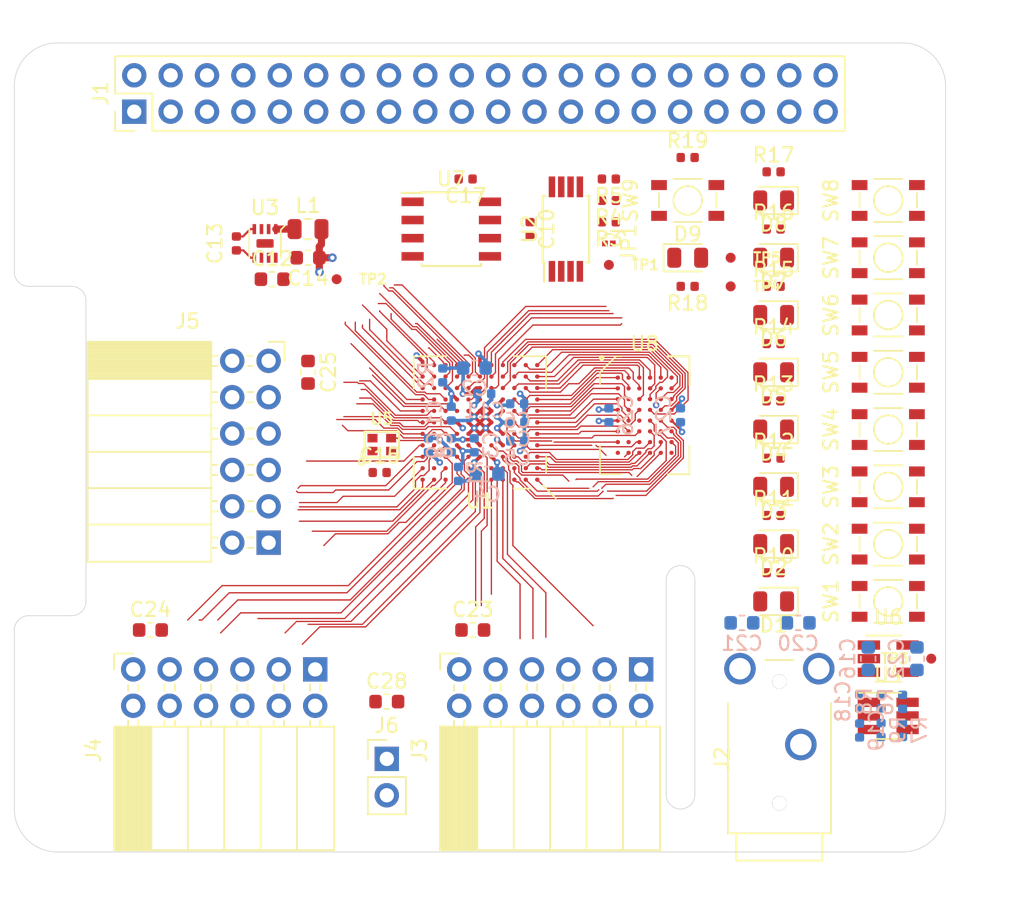
<source format=kicad_pcb>
(kicad_pcb (version 20171130) (host pcbnew 5.1.2+dfsg1-1)
  (layers (0 F.Cu signal) (1 In1.Cu power hide) (2 In2.Cu power) (31 B.Cu signal) (34 B.Paste user) (35 F.Paste user) (36 B.SilkS user hide) (37 F.SilkS user hide) (38 B.Mask user) (39 F.Mask user) (44 Edge.Cuts user))
  (net 0 "")
  (net 1 GND)
  (net 2 +1V2)
  (net 3 "Net-(C2-Pad2)")
  (net 4 "Net-(C2-Pad1)")
  (net 5 "Net-(C4-Pad2)")
  (net 6 "Net-(C4-Pad1)")
  (net 7 +3V3)
  (net 8 +5V)
  (net 9 "Net-(C13-Pad2)")
  (net 10 "Net-(C18-Pad1)")
  (net 11 "Net-(C19-Pad1)")
  (net 12 "Net-(C20-Pad1)")
  (net 13 "Net-(C21-Pad1)")
  (net 14 +3.3VDAC)
  (net 15 "Net-(D1-Pad1)")
  (net 16 /LED0)
  (net 17 /LED1)
  (net 18 "Net-(D2-Pad1)")
  (net 19 "Net-(D3-Pad1)")
  (net 20 /LED2)
  (net 21 /LED3)
  (net 22 "Net-(D4-Pad1)")
  (net 23 /LED4)
  (net 24 "Net-(D5-Pad1)")
  (net 25 "Net-(D6-Pad1)")
  (net 26 /LED5)
  (net 27 /LED6)
  (net 28 "Net-(D7-Pad1)")
  (net 29 "Net-(D8-Pad1)")
  (net 30 /LED7)
  (net 31 /GP13_FPGA_CDONE)
  (net 32 "Net-(J1-Pad3)")
  (net 33 "Net-(J1-Pad5)")
  (net 34 "Net-(J1-Pad7)")
  (net 35 /GP14_UART_TXD)
  (net 36 /GP15_UART_RXD)
  (net 37 "Net-(J1-Pad11)")
  (net 38 "Net-(J1-Pad12)")
  (net 39 /GP27_SDIO_DAT3)
  (net 40 /GP22_SDIO_CLK)
  (net 41 /GP23_SDIO_CMD)
  (net 42 /GP24_SDIO_DAT0)
  (net 43 /GP10_SPI_MOSI)
  (net 44 /GP9_SPI_MISO)
  (net 45 /GP25_SDIO_DAT1)
  (net 46 /GP11_SPI_SCK)
  (net 47 /GP8_SPI_~CS)
  (net 48 "Net-(J1-Pad26)")
  (net 49 /ID_SD)
  (net 50 /ID_SC)
  (net 51 "Net-(J1-Pad29)")
  (net 52 "Net-(J1-Pad31)")
  (net 53 /GP12_FPGA_~RST)
  (net 54 "Net-(J1-Pad35)")
  (net 55 "Net-(J1-Pad36)")
  (net 56 /GP26_SDIO_DAT2)
  (net 57 "Net-(J1-Pad38)")
  (net 58 "Net-(J1-Pad40)")
  (net 59 /IO0_0)
  (net 60 /IO0_1)
  (net 61 /IO0_2)
  (net 62 /IO0_3)
  (net 63 /IO0_4)
  (net 64 /IO0_5)
  (net 65 /IO0_6)
  (net 66 /IO0_7)
  (net 67 /IO1_7)
  (net 68 /IO1_6)
  (net 69 /IO1_5)
  (net 70 /IO1_4)
  (net 71 /IO1_3)
  (net 72 /IO1_2)
  (net 73 /IO1_1)
  (net 74 /IO1_0)
  (net 75 /IO2_0)
  (net 76 /IO2_1)
  (net 77 /IO2_2)
  (net 78 /IO2_3)
  (net 79 /IO2_4)
  (net 80 /IO2_5)
  (net 81 /IO2_6)
  (net 82 /IO2_7)
  (net 83 "Net-(JP1-Pad1)")
  (net 84 "Net-(L1-Pad1)")
  (net 85 "Net-(R6-Pad2)")
  (net 86 "Net-(R7-Pad2)")
  (net 87 /SW0)
  (net 88 /SW1)
  (net 89 /SW2)
  (net 90 /SW3)
  (net 91 /SW4)
  (net 92 /SW5)
  (net 93 /SW6)
  (net 94 /SW7)
  (net 95 /SRAM_DQ0)
  (net 96 /SRAM_DQ5)
  (net 97 /SRAM_DQ7)
  (net 98 /SRAM_DQ6)
  (net 99 /SRAM_DQ12)
  (net 100 /SRAM_A9)
  (net 101 /SRAM_A2)
  (net 102 /SRAM_A4)
  (net 103 /SRAM_A5)
  (net 104 /SRAM_A10)
  (net 105 /SRAM_DQ1)
  (net 106 /SRAM_DQ4)
  (net 107 /SRAM_DQ8)
  (net 108 /SRAM_DQ10)
  (net 109 /SRAM_DQ13)
  (net 110 /SRAM_DQ15)
  (net 111 /SRAM_A3)
  (net 112 /SRAM_A7)
  (net 113 /SRAM_A6)
  (net 114 /SRAM_A12)
  (net 115 /SRAM_DQ3)
  (net 116 /SRAM_DQ9)
  (net 117 /SRAM_DQ11)
  (net 118 /SRAM_A8)
  (net 119 /SRAM_A0)
  (net 120 /SRAM_A1)
  (net 121 /SRAM_A11)
  (net 122 /SRAM_A13)
  (net 123 /SRAM_A15)
  (net 124 /SRAM_DQ2)
  (net 125 /SRAM_DQ14)
  (net 126 /SRAM_A14)
  (net 127 /SRAM_A17)
  (net 128 /SRAM_A16)
  (net 129 /SRAM_~WE)
  (net 130 /SRAM_~OE)
  (net 131 /SRAM_~LB)
  (net 132 /SRAM_~UB)
  (net 133 /AUDIO_R_PWM)
  (net 134 "Net-(U1-PadB10)")
  (net 135 /CLK_OSC)
  (net 136 /AUDIO_L_PWM)
  (module fpga_hat:BGA-121_11x11_9.0x9.0mm (layer F.Cu) (at 132.5 106.5 180)
    (fp_text reference U1 (at 0 -5.5) (layer F.SilkS))
    (fp_text value iCE40-HX8k-BG121)
    (pad A1 smd circle (at -4 -4 180) (size 0.3 0.3) (layers F.Cu F.Paste F.Mask) (net 79 /IO2_4))
    (pad B1 smd circle (at -4 -3.2 180) (size 0.3 0.3) (layers F.Cu F.Paste F.Mask) (net 129 /SRAM_~WE))
    (pad C1 smd circle (at -4 -2.4 180) (size 0.3 0.3) (layers F.Cu F.Paste F.Mask) (net 100 /SRAM_A9))
    (pad D1 smd circle (at -4 -1.6 180) (size 0.3 0.3) (layers F.Cu F.Paste F.Mask) (net 114 /SRAM_A12))
    (pad E1 smd circle (at -4 -0.8 180) (size 0.3 0.3) (layers F.Cu F.Paste F.Mask) (net 125 /SRAM_DQ14))
    (pad F1 smd circle (at -4 0 180) (size 0.3 0.3) (layers F.Cu F.Paste F.Mask) (net 99 /SRAM_DQ12))
    (pad G1 smd circle (at -4 0.8 180) (size 0.3 0.3) (layers F.Cu F.Paste F.Mask) (net 107 /SRAM_DQ8))
    (pad H1 smd circle (at -4 1.6 180) (size 0.3 0.3) (layers F.Cu F.Paste F.Mask) (net 132 /SRAM_~UB))
    (pad J1 smd circle (at -4 2.4 180) (size 0.3 0.3) (layers F.Cu F.Paste F.Mask) (net 119 /SRAM_A0))
    (pad K1 smd circle (at -4 3.2 180) (size 0.3 0.3) (layers F.Cu F.Paste F.Mask) (net 102 /SRAM_A4))
    (pad L1 smd circle (at -4 4 180) (size 0.3 0.3) (layers F.Cu F.Paste F.Mask) (net 95 /SRAM_DQ0))
    (pad A2 smd circle (at -3.2 -4 180) (size 0.3 0.3) (layers F.Cu F.Paste F.Mask) (net 77 /IO2_2))
    (pad B2 smd circle (at -3.2 -3.2 180) (size 0.3 0.3) (layers F.Cu F.Paste F.Mask) (net 104 /SRAM_A10))
    (pad C2 smd circle (at -3.2 -2.4 180) (size 0.3 0.3) (layers F.Cu F.Paste F.Mask) (net 122 /SRAM_A13))
    (pad D2 smd circle (at -3.2 -1.6 180) (size 0.3 0.3) (layers F.Cu F.Paste F.Mask) (net 110 /SRAM_DQ15))
    (pad E2 smd circle (at -3.2 -0.8 180) (size 0.3 0.3) (layers F.Cu F.Paste F.Mask) (net 109 /SRAM_DQ13))
    (pad F2 smd circle (at -3.2 0 180) (size 0.3 0.3) (layers F.Cu F.Paste F.Mask) (net 116 /SRAM_DQ9))
    (pad G2 smd circle (at -3.2 0.8 180) (size 0.3 0.3) (layers F.Cu F.Paste F.Mask) (net 108 /SRAM_DQ10))
    (pad H2 smd circle (at -3.2 1.6 180) (size 0.3 0.3) (layers F.Cu F.Paste F.Mask) (net 130 /SRAM_~OE))
    (pad J2 smd circle (at -3.2 2.4 180) (size 0.3 0.3) (layers F.Cu F.Paste F.Mask) (net 111 /SRAM_A3))
    (pad K2 smd circle (at -3.2 3.2 180) (size 0.3 0.3) (layers F.Cu F.Paste F.Mask) (net 120 /SRAM_A1))
    (pad L2 smd circle (at -3.2 4 180) (size 0.3 0.3) (layers F.Cu F.Paste F.Mask) (net 113 /SRAM_A6))
    (pad A3 smd circle (at -2.4 -4 180) (size 0.3 0.3) (layers F.Cu F.Paste F.Mask) (net 78 /IO2_3))
    (pad B3 smd circle (at -2.4 -3.2 180) (size 0.3 0.3) (layers F.Cu F.Paste F.Mask) (net 76 /IO2_1))
    (pad C3 smd circle (at -2.4 -2.4 180) (size 0.3 0.3) (layers F.Cu F.Paste F.Mask) (net 123 /SRAM_A15))
    (pad D3 smd circle (at -2.4 -1.6 180) (size 0.3 0.3) (layers F.Cu F.Paste F.Mask) (net 118 /SRAM_A8))
    (pad E3 smd circle (at -2.4 -0.8 180) (size 0.3 0.3) (layers F.Cu F.Paste F.Mask) (net 126 /SRAM_A14))
    (pad F3 smd circle (at -2.4 0 180) (size 0.3 0.3) (layers F.Cu F.Paste F.Mask) (net 127 /SRAM_A17))
    (pad G3 smd circle (at -2.4 0.8 180) (size 0.3 0.3) (layers F.Cu F.Paste F.Mask) (net 117 /SRAM_DQ11))
    (pad H3 smd circle (at -2.4 1.6 180) (size 0.3 0.3) (layers F.Cu F.Paste F.Mask) (net 131 /SRAM_~LB))
    (pad J3 smd circle (at -2.4 2.4 180) (size 0.3 0.3) (layers F.Cu F.Paste F.Mask) (net 103 /SRAM_A5))
    (pad K3 smd circle (at -2.4 3.2 180) (size 0.3 0.3) (layers F.Cu F.Paste F.Mask) (net 101 /SRAM_A2))
    (pad L3 smd circle (at -2.4 4 180) (size 0.3 0.3) (layers F.Cu F.Paste F.Mask) (net 105 /SRAM_DQ1))
    (pad A4 smd circle (at -1.6 -4 180) (size 0.3 0.3) (layers F.Cu F.Paste F.Mask) (net 68 /IO1_6))
    (pad B4 smd circle (at -1.6 -3.2 180) (size 0.3 0.3) (layers F.Cu F.Paste F.Mask) (net 75 /IO2_0))
    (pad C4 smd circle (at -1.6 -2.4 180) (size 0.3 0.3) (layers F.Cu F.Paste F.Mask) (net 121 /SRAM_A11))
    (pad D4 smd circle (at -1.6 -1.6 180) (size 0.3 0.3) (layers F.Cu F.Paste F.Mask) (net 2 +1V2))
    (pad E4 smd circle (at -1.6 -0.8 180) (size 0.3 0.3) (layers F.Cu F.Paste F.Mask) (net 7 +3V3))
    (pad F4 smd circle (at -1.6 0 180) (size 0.3 0.3) (layers F.Cu F.Paste F.Mask) (net 98 /SRAM_DQ6))
    (pad G4 smd circle (at -1.6 0.8 180) (size 0.3 0.3) (layers F.Cu F.Paste F.Mask) (net 7 +3V3))
    (pad H4 smd circle (at -1.6 1.6 180) (size 0.3 0.3) (layers F.Cu F.Paste F.Mask) (net 2 +1V2))
    (pad J4 smd circle (at -1.6 2.4 180) (size 0.3 0.3) (layers F.Cu F.Paste F.Mask) (net 124 /SRAM_DQ2))
    (pad K4 smd circle (at -1.6 3.2 180) (size 0.3 0.3) (layers F.Cu F.Paste F.Mask) (net 115 /SRAM_DQ3))
    (pad L4 smd circle (at -1.6 4 180) (size 0.3 0.3) (layers F.Cu F.Paste F.Mask) (net 112 /SRAM_A7))
    (pad A5 smd circle (at -0.8 -4 180) (size 0.3 0.3) (layers F.Cu F.Paste F.Mask) (net 70 /IO1_4))
    (pad B5 smd circle (at -0.8 -3.2 180) (size 0.3 0.3) (layers F.Cu F.Paste F.Mask) (net 69 /IO1_5))
    (pad C5 smd circle (at -0.8 -2.4 180) (size 0.3 0.3) (layers F.Cu F.Paste F.Mask) (net 5 "Net-(C4-Pad2)"))
    (pad D5 smd circle (at -0.8 -1.6 180) (size 0.3 0.3) (layers F.Cu F.Paste F.Mask) (net 67 /IO1_7))
    (pad E5 smd circle (at -0.8 -0.8 180) (size 0.3 0.3) (layers F.Cu F.Paste F.Mask) (net 1 GND))
    (pad F5 smd circle (at -0.8 0 180) (size 0.3 0.3) (layers F.Cu F.Paste F.Mask) (net 1 GND))
    (pad G5 smd circle (at -0.8 0.8 180) (size 0.3 0.3) (layers F.Cu F.Paste F.Mask) (net 1 GND))
    (pad H5 smd circle (at -0.8 1.6 180) (size 0.3 0.3) (layers F.Cu F.Paste F.Mask) (net 1 GND))
    (pad J5 smd circle (at -0.8 2.4 180) (size 0.3 0.3) (layers F.Cu F.Paste F.Mask) (net 96 /SRAM_DQ5))
    (pad K5 smd circle (at -0.8 3.2 180) (size 0.3 0.3) (layers F.Cu F.Paste F.Mask) (net 128 /SRAM_A16))
    (pad L5 smd circle (at -0.8 4 180) (size 0.3 0.3) (layers F.Cu F.Paste F.Mask) (net 56 /GP26_SDIO_DAT2))
    (pad A6 smd circle (at 0 -4 180) (size 0.3 0.3) (layers F.Cu F.Paste F.Mask) (net 71 /IO1_3))
    (pad B6 smd circle (at 0 -3.2 180) (size 0.3 0.3) (layers F.Cu F.Paste F.Mask) (net 81 /IO2_6))
    (pad C6 smd circle (at 0 -2.4 180) (size 0.3 0.3) (layers F.Cu F.Paste F.Mask) (net 6 "Net-(C4-Pad1)"))
    (pad D6 smd circle (at 0 -1.6 180) (size 0.3 0.3) (layers F.Cu F.Paste F.Mask) (net 7 +3V3))
    (pad E6 smd circle (at 0 -0.8 180) (size 0.3 0.3) (layers F.Cu F.Paste F.Mask) (net 1 GND))
    (pad F6 smd circle (at 0 0 180) (size 0.3 0.3) (layers F.Cu F.Paste F.Mask) (net 1 GND))
    (pad G6 smd circle (at 0 0.8 180) (size 0.3 0.3) (layers F.Cu F.Paste F.Mask) (net 1 GND))
    (pad H6 smd circle (at 0 1.6 180) (size 0.3 0.3) (layers F.Cu F.Paste F.Mask) (net 7 +3V3))
    (pad J6 smd circle (at 0 2.4 180) (size 0.3 0.3) (layers F.Cu F.Paste F.Mask) (net 4 "Net-(C2-Pad1)"))
    (pad K6 smd circle (at 0 3.2 180) (size 0.3 0.3) (layers F.Cu F.Paste F.Mask) (net 39 /GP27_SDIO_DAT3))
    (pad L6 smd circle (at 0 4 180) (size 0.3 0.3) (layers F.Cu F.Paste F.Mask) (net 3 "Net-(C2-Pad2)"))
    (pad A7 smd circle (at 0.8 -4 180) (size 0.3 0.3) (layers F.Cu F.Paste F.Mask) (net 72 /IO1_2))
    (pad B7 smd circle (at 0.8 -3.2 180) (size 0.3 0.3) (layers F.Cu F.Paste F.Mask) (net 80 /IO2_5))
    (pad C7 smd circle (at 0.8 -2.4 180) (size 0.3 0.3) (layers F.Cu F.Paste F.Mask) (net 73 /IO1_1))
    (pad D7 smd circle (at 0.8 -1.6 180) (size 0.3 0.3) (layers F.Cu F.Paste F.Mask) (net 66 /IO0_7))
    (pad E7 smd circle (at 0.8 -0.8 180) (size 0.3 0.3) (layers F.Cu F.Paste F.Mask) (net 1 GND))
    (pad F7 smd circle (at 0.8 0 180) (size 0.3 0.3) (layers F.Cu F.Paste F.Mask) (net 1 GND))
    (pad G7 smd circle (at 0.8 0.8 180) (size 0.3 0.3) (layers F.Cu F.Paste F.Mask) (net 1 GND))
    (pad H7 smd circle (at 0.8 1.6 180) (size 0.3 0.3) (layers F.Cu F.Paste F.Mask) (net 97 /SRAM_DQ7))
    (pad J7 smd circle (at 0.8 2.4 180) (size 0.3 0.3) (layers F.Cu F.Paste F.Mask) (net 106 /SRAM_DQ4))
    (pad K7 smd circle (at 0.8 3.2 180) (size 0.3 0.3) (layers F.Cu F.Paste F.Mask) (net 133 /AUDIO_R_PWM))
    (pad L7 smd circle (at 0.8 4 180) (size 0.3 0.3) (layers F.Cu F.Paste F.Mask) (net 41 /GP23_SDIO_CMD))
    (pad A8 smd circle (at 1.6 -4 180) (size 0.3 0.3) (layers F.Cu F.Paste F.Mask) (net 74 /IO1_0))
    (pad B8 smd circle (at 1.6 -3.2 180) (size 0.3 0.3) (layers F.Cu F.Paste F.Mask) (net 63 /IO0_4))
    (pad C8 smd circle (at 1.6 -2.4 180) (size 0.3 0.3) (layers F.Cu F.Paste F.Mask) (net 65 /IO0_6))
    (pad D8 smd circle (at 1.6 -1.6 180) (size 0.3 0.3) (layers F.Cu F.Paste F.Mask) (net 2 +1V2))
    (pad E8 smd circle (at 1.6 -0.8 180) (size 0.3 0.3) (layers F.Cu F.Paste F.Mask) (net 90 /SW3))
    (pad F8 smd circle (at 1.6 0 180) (size 0.3 0.3) (layers F.Cu F.Paste F.Mask) (net 7 +3V3))
    (pad G8 smd circle (at 1.6 0.8 180) (size 0.3 0.3) (layers F.Cu F.Paste F.Mask) (net 21 /LED3))
    (pad H8 smd circle (at 1.6 1.6 180) (size 0.3 0.3) (layers F.Cu F.Paste F.Mask) (net 2 +1V2))
    (pad J8 smd circle (at 1.6 2.4 180) (size 0.3 0.3) (layers F.Cu F.Paste F.Mask) (net 40 /GP22_SDIO_CLK))
    (pad K8 smd circle (at 1.6 3.2 180) (size 0.3 0.3) (layers F.Cu F.Paste F.Mask) (net 31 /GP13_FPGA_CDONE))
    (pad L8 smd circle (at 1.6 4 180) (size 0.3 0.3) (layers F.Cu F.Paste F.Mask) (net 42 /GP24_SDIO_DAT0))
    (pad A9 smd circle (at 2.4 -4 180) (size 0.3 0.3) (layers F.Cu F.Paste F.Mask) (net 64 /IO0_5))
    (pad B9 smd circle (at 2.4 -3.2 180) (size 0.3 0.3) (layers F.Cu F.Paste F.Mask) (net 62 /IO0_3))
    (pad C9 smd circle (at 2.4 -2.4 180) (size 0.3 0.3) (layers F.Cu F.Paste F.Mask) (net 61 /IO0_2))
    (pad D9 smd circle (at 2.4 -1.6 180) (size 0.3 0.3) (layers F.Cu F.Paste F.Mask) (net 91 /SW4))
    (pad E9 smd circle (at 2.4 -0.8 180) (size 0.3 0.3) (layers F.Cu F.Paste F.Mask) (net 89 /SW2))
    (pad F9 smd circle (at 2.4 0 180) (size 0.3 0.3) (layers F.Cu F.Paste F.Mask) (net 88 /SW1))
    (pad G9 smd circle (at 2.4 0.8 180) (size 0.3 0.3) (layers F.Cu F.Paste F.Mask) (net 27 /LED6))
    (pad H9 smd circle (at 2.4 1.6 180) (size 0.3 0.3) (layers F.Cu F.Paste F.Mask) (net 45 /GP25_SDIO_DAT1))
    (pad J9 smd circle (at 2.4 2.4 180) (size 0.3 0.3) (layers F.Cu F.Paste F.Mask) (net 44 /GP9_SPI_MISO))
    (pad K9 smd circle (at 2.4 3.2 180) (size 0.3 0.3) (layers F.Cu F.Paste F.Mask) (net 43 /GP10_SPI_MOSI))
    (pad L9 smd circle (at 2.4 4 180) (size 0.3 0.3) (layers F.Cu F.Paste F.Mask) (net 53 /GP12_FPGA_~RST))
    (pad A10 smd circle (at 3.2 -4 180) (size 0.3 0.3) (layers F.Cu F.Paste F.Mask) (net 60 /IO0_1))
    (pad B10 smd circle (at 3.2 -3.2 180) (size 0.3 0.3) (layers F.Cu F.Paste F.Mask) (net 134 "Net-(U1-PadB10)"))
    (pad C10 smd circle (at 3.2 -2.4 180) (size 0.3 0.3) (layers F.Cu F.Paste F.Mask) (net 7 +3V3))
    (pad D10 smd circle (at 3.2 -1.6 180) (size 0.3 0.3) (layers F.Cu F.Paste F.Mask) (net 94 /SW7))
    (pad E10 smd circle (at 3.2 -0.8 180) (size 0.3 0.3) (layers F.Cu F.Paste F.Mask) (net 135 /CLK_OSC))
    (pad F10 smd circle (at 3.2 0 180) (size 0.3 0.3) (layers F.Cu F.Paste F.Mask) (net 87 /SW0))
    (pad G10 smd circle (at 3.2 0.8 180) (size 0.3 0.3) (layers F.Cu F.Paste F.Mask) (net 26 /LED5))
    (pad H10 smd circle (at 3.2 1.6 180) (size 0.3 0.3) (layers F.Cu F.Paste F.Mask) (net 17 /LED1))
    (pad J10 smd circle (at 3.2 2.4 180) (size 0.3 0.3) (layers F.Cu F.Paste F.Mask) (net 20 /LED2))
    (pad K10 smd circle (at 3.2 3.2 180) (size 0.3 0.3) (layers F.Cu F.Paste F.Mask) (net 47 /GP8_SPI_~CS))
    (pad L10 smd circle (at 3.2 4 180) (size 0.3 0.3) (layers F.Cu F.Paste F.Mask) (net 46 /GP11_SPI_SCK))
    (pad A11 smd circle (at 4 -4 180) (size 0.3 0.3) (layers F.Cu F.Paste F.Mask) (net 59 /IO0_0))
    (pad B11 smd circle (at 4 -3.2 180) (size 0.3 0.3) (layers F.Cu F.Paste F.Mask) (net 36 /GP15_UART_RXD))
    (pad C11 smd circle (at 4 -2.4 180) (size 0.3 0.3) (layers F.Cu F.Paste F.Mask) (net 35 /GP14_UART_TXD))
    (pad D11 smd circle (at 4 -1.6 180) (size 0.3 0.3) (layers F.Cu F.Paste F.Mask) (net 93 /SW6))
    (pad E11 smd circle (at 4 -0.8 180) (size 0.3 0.3) (layers F.Cu F.Paste F.Mask) (net 92 /SW5))
    (pad F11 smd circle (at 4 0 180) (size 0.3 0.3) (layers F.Cu F.Paste F.Mask) (net 136 /AUDIO_L_PWM))
    (pad G11 smd circle (at 4 0.8 180) (size 0.3 0.3) (layers F.Cu F.Paste F.Mask) (net 30 /LED7))
    (pad H11 smd circle (at 4 1.6 180) (size 0.3 0.3) (layers F.Cu F.Paste F.Mask) (net 23 /LED4))
    (pad J11 smd circle (at 4 2.4 180) (size 0.3 0.3) (layers F.Cu F.Paste F.Mask) (net 82 /IO2_7))
    (pad K11 smd circle (at 4 3.2 180) (size 0.3 0.3) (layers F.Cu F.Paste F.Mask) (net 16 /LED0))
    (pad L11 smd circle (at 4 4 180) (size 0.3 0.3) (layers F.Cu F.Paste F.Mask) (net 7 +3V3))
  )
  (module Capacitor_SMD:C_0402_1005Metric (layer B.Cu) (at 128.9 108.1 90)
    (fp_text reference C8 (at 0 1.17 90) (layer B.SilkS) (effects (justify mirror)))
    (fp_text value 100n)
    (pad 2 smd roundrect (at 0.485 0 90) (size 0.59 0.64) (layers B.Cu B.Paste B.Mask) (net 1 GND))
    (pad 1 smd roundrect (at -0.485 0 90) (size 0.59 0.64) (layers B.Cu B.Paste B.Mask) (net 7 +3V3))
  )
  (module fpga_hat:MOUNTHOLE_M2.5 (layer F.Cu) (at 161.5 83.5)
    (fp_text reference REF** hide)
    (fp_text value MOUNTHOLE_M2.5 hide)
    (pad "" np_thru_hole circle (at 0 0) (size 2.75 2.75) (drill 2.75) (layers *.Cu *.Mask) (thermal_gap 1.9))
  )
  (module fpga_hat:MOUNTHOLE_M2.5 (layer F.Cu) (at 161.5 133)
    (fp_text reference REF** hide)
    (fp_text value MOUNTHOLE_M2.5 hide)
    (pad "" np_thru_hole circle (at 0 0) (size 2.75 2.75) (drill 2.75) (layers *.Cu *.Mask) (thermal_gap 1.9))
  )
  (module fpga_hat:MOUNTHOLE_M2.5 (layer F.Cu) (at 103.5 133)
    (fp_text reference REF** hide)
    (fp_text value MOUNTHOLE_M2.5 hide)
    (pad "" np_thru_hole circle (at 0 0) (size 2.75 2.75) (drill 2.75) (layers *.Cu *.Mask) (thermal_gap 1.9))
  )
  (module fpga_hat:MOUNTHOLE_M2.5 (layer F.Cu) (at 103.5 83.5)
    (fp_text reference REF** hide)
    (fp_text value MOUNTHOLE_M2.5 hide)
    (pad "" np_thru_hole circle (at 0 0) (size 2.75 2.75) (drill 2.75) (layers *.Cu *.Mask) (thermal_gap 1.9))
  )
  (module Capacitor_SMD:C_0402_1005Metric (layer B.Cu) (at 130.5 105.885 270)
    (fp_text reference C1 (at 0 1.17 90) (layer B.SilkS) (effects (justify mirror)))
    (fp_text value 100n)
    (pad 2 smd roundrect (at 0.485 0 270) (size 0.59 0.64) (layers B.Cu B.Paste B.Mask) (net 1 GND))
    (pad 1 smd roundrect (at -0.485 0 270) (size 0.59 0.64) (layers B.Cu B.Paste B.Mask) (net 2 +1V2))
  )
  (module Capacitor_SMD:C_0603_1608Metric (layer B.Cu) (at 132.1125 102.7)
    (fp_text reference C2 (at 0 1.43) (layer B.SilkS) (effects (justify mirror)))
    (fp_text value 4u7)
    (pad 2 smd roundrect (at 0.7875 0) (size 0.875 0.95) (layers B.Cu B.Paste B.Mask) (net 3 "Net-(C2-Pad2)"))
    (pad 1 smd roundrect (at -0.7875 0) (size 0.875 0.95) (layers B.Cu B.Paste B.Mask) (net 4 "Net-(C2-Pad1)"))
  )
  (module Capacitor_SMD:C_0402_1005Metric (layer B.Cu) (at 132.1 108.1 90)
    (fp_text reference C3 (at 0 1.17 90) (layer B.SilkS) (effects (justify mirror)))
    (fp_text value 100n)
    (pad 1 smd roundrect (at -0.485 0 90) (size 0.59 0.64) (layers B.Cu B.Paste B.Mask) (net 2 +1V2))
    (pad 2 smd roundrect (at 0.485 0 90) (size 0.59 0.64) (layers B.Cu B.Paste B.Mask) (net 1 GND))
  )
  (module Capacitor_SMD:C_0603_1608Metric (layer B.Cu) (at 133 110.1)
    (fp_text reference C4 (at 0 1.43) (layer B.SilkS) (effects (justify mirror)))
    (fp_text value 4u7)
    (pad 1 smd roundrect (at -0.7875 0) (size 0.875 0.95) (layers B.Cu B.Paste B.Mask) (net 6 "Net-(C4-Pad1)"))
    (pad 2 smd roundrect (at 0.7875 0) (size 0.875 0.95) (layers B.Cu B.Paste B.Mask) (net 5 "Net-(C4-Pad2)"))
  )
  (module Capacitor_SMD:C_0402_1005Metric (layer B.Cu) (at 135.1 107.8)
    (fp_text reference C5 (at 0 1.17 180) (layer B.SilkS) (effects (justify mirror)))
    (fp_text value 100n)
    (pad 1 smd roundrect (at -0.485 0) (size 0.59 0.64) (layers B.Cu B.Paste B.Mask) (net 2 +1V2))
    (pad 2 smd roundrect (at 0.485 0) (size 0.59 0.64) (layers B.Cu B.Paste B.Mask) (net 1 GND))
  )
  (module Capacitor_SMD:C_0402_1005Metric (layer B.Cu) (at 135.1 105.2)
    (fp_text reference C6 (at 0 1.17) (layer B.SilkS) (effects (justify mirror)))
    (fp_text value 100n)
    (pad 2 smd roundrect (at 0.485 0) (size 0.59 0.64) (layers B.Cu B.Paste B.Mask) (net 1 GND))
    (pad 1 smd roundrect (at -0.485 0) (size 0.59 0.64) (layers B.Cu B.Paste B.Mask) (net 2 +1V2))
  )
  (module Capacitor_SMD:C_0402_1005Metric (layer B.Cu) (at 135.115 106.5)
    (fp_text reference C7 (at 0 1.17 180) (layer B.SilkS) (effects (justify mirror)))
    (fp_text value 100n)
    (pad 2 smd roundrect (at 0.485 0) (size 0.59 0.64) (layers B.Cu B.Paste B.Mask) (net 1 GND))
    (pad 1 smd roundrect (at -0.485 0) (size 0.59 0.64) (layers B.Cu B.Paste B.Mask) (net 7 +3V3))
  )
  (module Capacitor_SMD:C_0402_1005Metric (layer B.Cu) (at 130.5 108.1 270)
    (fp_text reference C9 (at 0 1.17 90) (layer B.SilkS) (effects (justify mirror)))
    (fp_text value 100n)
    (pad 2 smd roundrect (at 0.485 0 270) (size 0.59 0.64) (layers B.Cu B.Paste B.Mask) (net 1 GND))
    (pad 1 smd roundrect (at -0.485 0 270) (size 0.59 0.64) (layers B.Cu B.Paste B.Mask) (net 7 +3V3))
  )
  (module Capacitor_SMD:C_0402_1005Metric (layer F.Cu) (at 136 93 270)
    (fp_text reference C10 (at 0 -1.17 90) (layer F.SilkS))
    (fp_text value 100n)
    (pad 2 smd roundrect (at 0.485 0 270) (size 0.59 0.64) (layers F.Cu F.Paste F.Mask) (net 1 GND))
    (pad 1 smd roundrect (at -0.485 0 270) (size 0.59 0.64) (layers F.Cu F.Paste F.Mask) (net 7 +3V3))
  )
  (module Capacitor_SMD:C_0402_1005Metric (layer B.Cu) (at 132.8 104.5)
    (fp_text reference C11 (at 0 1.17) (layer B.SilkS) (effects (justify mirror)))
    (fp_text value 100n)
    (pad 1 smd roundrect (at -0.485 0) (size 0.59 0.64) (layers B.Cu B.Paste B.Mask) (net 7 +3V3))
    (pad 2 smd roundrect (at 0.485 0) (size 0.59 0.64) (layers B.Cu B.Paste B.Mask) (net 1 GND))
  )
  (module Capacitor_SMD:C_0603_1608Metric (layer F.Cu) (at 118 96.5)
    (fp_text reference C12 (at 0 -1.43) (layer F.SilkS))
    (fp_text value 4u7)
    (pad 2 smd roundrect (at 0.7875 0) (size 0.875 0.95) (layers F.Cu F.Paste F.Mask) (net 1 GND))
    (pad 1 smd roundrect (at -0.7875 0) (size 0.875 0.95) (layers F.Cu F.Paste F.Mask) (net 8 +5V))
  )
  (module Capacitor_SMD:C_0402_1005Metric (layer F.Cu) (at 115.5 94 270)
    (fp_text reference C13 (at 0 1.5 90) (layer F.SilkS))
    (fp_text value 560p)
    (pad 1 smd roundrect (at -0.485 0 270) (size 0.59 0.64) (layers F.Cu F.Paste F.Mask) (net 2 +1V2))
    (pad 2 smd roundrect (at 0.485 0 270) (size 0.59 0.64) (layers F.Cu F.Paste F.Mask) (net 9 "Net-(C13-Pad2)"))
  )
  (module Capacitor_SMD:C_0603_1608Metric (layer F.Cu) (at 120.5 95 180)
    (fp_text reference C14 (at 0 -1.43) (layer F.SilkS))
    (fp_text value 4u7)
    (pad 2 smd roundrect (at 0.7875 0 180) (size 0.875 0.95) (layers F.Cu F.Paste F.Mask) (net 1 GND))
    (pad 1 smd roundrect (at -0.7875 0 180) (size 0.875 0.95) (layers F.Cu F.Paste F.Mask) (net 2 +1V2))
  )
  (module Capacitor_SMD:C_0402_1005Metric (layer F.Cu) (at 125.5 110)
    (fp_text reference C15 (at 0 -1.17) (layer F.SilkS))
    (fp_text value 100n)
    (pad 2 smd roundrect (at 0.485 0) (size 0.59 0.64) (layers F.Cu F.Paste F.Mask) (net 1 GND))
    (pad 1 smd roundrect (at -0.485 0) (size 0.59 0.64) (layers F.Cu F.Paste F.Mask) (net 7 +3V3))
  )
  (module Capacitor_SMD:C_0603_1608Metric (layer B.Cu) (at 159.6 123 270)
    (fp_text reference C16 (at 0 1.43 90) (layer B.SilkS) (effects (justify mirror)))
    (fp_text value 1u)
    (pad 1 smd roundrect (at -0.7875 0 270) (size 0.875 0.95) (layers B.Cu B.Paste B.Mask) (net 8 +5V))
    (pad 2 smd roundrect (at 0.7875 0 270) (size 0.875 0.95) (layers B.Cu B.Paste B.Mask) (net 1 GND))
  )
  (module Capacitor_SMD:C_0402_1005Metric (layer F.Cu) (at 131.5 89.5 180)
    (fp_text reference C17 (at 0 -1.17) (layer F.SilkS))
    (fp_text value 100n)
    (pad 1 smd roundrect (at -0.485 0 180) (size 0.59 0.64) (layers F.Cu F.Paste F.Mask) (net 7 +3V3))
    (pad 2 smd roundrect (at 0.485 0 180) (size 0.59 0.64) (layers F.Cu F.Paste F.Mask) (net 1 GND))
  )
  (module Capacitor_SMD:C_0402_1005Metric (layer B.Cu) (at 159 125.985 270)
    (fp_text reference C18 (at 0 1.17 90) (layer B.SilkS) (effects (justify mirror)))
    (fp_text value 100n)
    (pad 1 smd roundrect (at -0.485 0 270) (size 0.59 0.64) (layers B.Cu B.Paste B.Mask) (net 10 "Net-(C18-Pad1)"))
    (pad 2 smd roundrect (at 0.485 0 270) (size 0.59 0.64) (layers B.Cu B.Paste B.Mask) (net 1 GND))
  )
  (module Capacitor_SMD:C_0402_1005Metric (layer B.Cu) (at 159 128.015 90)
    (fp_text reference C19 (at 0 1.17 90) (layer B.SilkS) (effects (justify mirror)))
    (fp_text value 100n)
    (pad 1 smd roundrect (at -0.485 0 90) (size 0.59 0.64) (layers B.Cu B.Paste B.Mask) (net 11 "Net-(C19-Pad1)"))
    (pad 2 smd roundrect (at 0.485 0 90) (size 0.59 0.64) (layers B.Cu B.Paste B.Mask) (net 1 GND))
  )
  (module Capacitor_SMD:C_0603_1608Metric (layer B.Cu) (at 154.7125 120.5)
    (fp_text reference C20 (at 0 1.43) (layer B.SilkS) (effects (justify mirror)))
    (fp_text value 4u7)
    (pad 1 smd roundrect (at -0.7875 0) (size 0.875 0.95) (layers B.Cu B.Paste B.Mask) (net 12 "Net-(C20-Pad1)"))
    (pad 2 smd roundrect (at 0.7875 0) (size 0.875 0.95) (layers B.Cu B.Paste B.Mask) (net 10 "Net-(C18-Pad1)"))
  )
  (module Capacitor_SMD:C_0603_1608Metric (layer B.Cu) (at 150.7875 120.5)
    (fp_text reference C21 (at 0 1.43) (layer B.SilkS) (effects (justify mirror)))
    (fp_text value 4u7)
    (pad 1 smd roundrect (at -0.7875 0) (size 0.875 0.95) (layers B.Cu B.Paste B.Mask) (net 13 "Net-(C21-Pad1)"))
    (pad 2 smd roundrect (at 0.7875 0) (size 0.875 0.95) (layers B.Cu B.Paste B.Mask) (net 11 "Net-(C19-Pad1)"))
  )
  (module Capacitor_SMD:C_0603_1608Metric (layer B.Cu) (at 163 123 270)
    (fp_text reference C22 (at 0 1.43 90) (layer B.SilkS) (effects (justify mirror)))
    (fp_text value 1u)
    (pad 2 smd roundrect (at 0.7875 0 270) (size 0.875 0.95) (layers B.Cu B.Paste B.Mask) (net 1 GND))
    (pad 1 smd roundrect (at -0.7875 0 270) (size 0.875 0.95) (layers B.Cu B.Paste B.Mask) (net 14 +3.3VDAC))
  )
  (module Capacitor_SMD:C_0603_1608Metric (layer F.Cu) (at 132 121)
    (fp_text reference C23 (at 0 -1.43) (layer F.SilkS))
    (fp_text value 1u)
    (pad 2 smd roundrect (at 0.7875 0) (size 0.875 0.95) (layers F.Cu F.Paste F.Mask) (net 1 GND))
    (pad 1 smd roundrect (at -0.7875 0) (size 0.875 0.95) (layers F.Cu F.Paste F.Mask) (net 7 +3V3))
  )
  (module Capacitor_SMD:C_0603_1608Metric (layer F.Cu) (at 109.5 121)
    (fp_text reference C24 (at 0 -1.43) (layer F.SilkS))
    (fp_text value 1u)
    (pad 1 smd roundrect (at -0.7875 0) (size 0.875 0.95) (layers F.Cu F.Paste F.Mask) (net 7 +3V3))
    (pad 2 smd roundrect (at 0.7875 0) (size 0.875 0.95) (layers F.Cu F.Paste F.Mask) (net 1 GND))
  )
  (module Capacitor_SMD:C_0603_1608Metric (layer F.Cu) (at 120.5 103 270)
    (fp_text reference C25 (at 0 -1.43 90) (layer F.SilkS))
    (fp_text value 1u)
    (pad 2 smd roundrect (at 0.7875 0 270) (size 0.875 0.95) (layers F.Cu F.Paste F.Mask) (net 1 GND))
    (pad 1 smd roundrect (at -0.7875 0 270) (size 0.875 0.95) (layers F.Cu F.Paste F.Mask) (net 7 +3V3))
  )
  (module Capacitor_SMD:C_0402_1005Metric (layer B.Cu) (at 141.5 106 90)
    (fp_text reference C26 (at 0 1.17 270) (layer B.SilkS) (effects (justify mirror)))
    (fp_text value 100n)
    (pad 1 smd roundrect (at -0.485 0 90) (size 0.59 0.64) (layers B.Cu B.Paste B.Mask) (net 7 +3V3))
    (pad 2 smd roundrect (at 0.485 0 90) (size 0.59 0.64) (layers B.Cu B.Paste B.Mask) (net 1 GND))
  )
  (module Capacitor_SMD:C_0402_1005Metric (layer B.Cu) (at 146.5 106 270)
    (fp_text reference C27 (at 0 1.17 270) (layer B.SilkS) (effects (justify mirror)))
    (fp_text value 100n)
    (pad 2 smd roundrect (at 0.485 0 270) (size 0.59 0.64) (layers B.Cu B.Paste B.Mask) (net 1 GND))
    (pad 1 smd roundrect (at -0.485 0 270) (size 0.59 0.64) (layers B.Cu B.Paste B.Mask) (net 7 +3V3))
  )
  (module Capacitor_SMD:C_0603_1608Metric (layer F.Cu) (at 126 126)
    (fp_text reference C28 (at 0 -1.43) (layer F.SilkS))
    (fp_text value 1u)
    (pad 1 smd roundrect (at -0.7875 0) (size 0.875 0.95) (layers F.Cu F.Paste F.Mask) (net 8 +5V))
    (pad 2 smd roundrect (at 0.7875 0) (size 0.875 0.95) (layers F.Cu F.Paste F.Mask) (net 1 GND))
  )
  (module LED_SMD:LED_0805_2012Metric (layer F.Cu) (at 153 119 180)
    (fp_text reference D1 (at 0 -1.65) (layer F.SilkS))
    (fp_text value LED)
    (pad 1 smd roundrect (at -0.9375 0 180) (size 0.975 1.4) (layers F.Cu F.Paste F.Mask) (net 15 "Net-(D1-Pad1)"))
    (pad 2 smd roundrect (at 0.9375 0 180) (size 0.975 1.4) (layers F.Cu F.Paste F.Mask) (net 16 /LED0))
  )
  (module LED_SMD:LED_0805_2012Metric (layer F.Cu) (at 153 115 180)
    (fp_text reference D2 (at 0 -1.65) (layer F.SilkS))
    (fp_text value LED)
    (pad 1 smd roundrect (at -0.9375 0 180) (size 0.975 1.4) (layers F.Cu F.Paste F.Mask) (net 18 "Net-(D2-Pad1)"))
    (pad 2 smd roundrect (at 0.9375 0 180) (size 0.975 1.4) (layers F.Cu F.Paste F.Mask) (net 17 /LED1))
  )
  (module LED_SMD:LED_0805_2012Metric (layer F.Cu) (at 153 111 180)
    (fp_text reference D3 (at 0 -1.65) (layer F.SilkS))
    (fp_text value LED)
    (pad 2 smd roundrect (at 0.9375 0 180) (size 0.975 1.4) (layers F.Cu F.Paste F.Mask) (net 20 /LED2))
    (pad 1 smd roundrect (at -0.9375 0 180) (size 0.975 1.4) (layers F.Cu F.Paste F.Mask) (net 19 "Net-(D3-Pad1)"))
  )
  (module LED_SMD:LED_0805_2012Metric (layer F.Cu) (at 153 107 180)
    (fp_text reference D4 (at 0 -1.65) (layer F.SilkS))
    (fp_text value LED)
    (pad 1 smd roundrect (at -0.9375 0 180) (size 0.975 1.4) (layers F.Cu F.Paste F.Mask) (net 22 "Net-(D4-Pad1)"))
    (pad 2 smd roundrect (at 0.9375 0 180) (size 0.975 1.4) (layers F.Cu F.Paste F.Mask) (net 21 /LED3))
  )
  (module LED_SMD:LED_0805_2012Metric (layer F.Cu) (at 153 103 180)
    (fp_text reference D5 (at 0 -1.65) (layer F.SilkS))
    (fp_text value LED)
    (pad 2 smd roundrect (at 0.9375 0 180) (size 0.975 1.4) (layers F.Cu F.Paste F.Mask) (net 23 /LED4))
    (pad 1 smd roundrect (at -0.9375 0 180) (size 0.975 1.4) (layers F.Cu F.Paste F.Mask) (net 24 "Net-(D5-Pad1)"))
  )
  (module LED_SMD:LED_0805_2012Metric (layer F.Cu) (at 153 99 180)
    (fp_text reference D6 (at 0 -1.65) (layer F.SilkS))
    (fp_text value LED)
    (pad 1 smd roundrect (at -0.9375 0 180) (size 0.975 1.4) (layers F.Cu F.Paste F.Mask) (net 25 "Net-(D6-Pad1)"))
    (pad 2 smd roundrect (at 0.9375 0 180) (size 0.975 1.4) (layers F.Cu F.Paste F.Mask) (net 26 /LED5))
  )
  (module LED_SMD:LED_0805_2012Metric (layer F.Cu) (at 153 95 180)
    (fp_text reference D7 (at 0 -1.65) (layer F.SilkS))
    (fp_text value LED)
    (pad 2 smd roundrect (at 0.9375 0 180) (size 0.975 1.4) (layers F.Cu F.Paste F.Mask) (net 27 /LED6))
    (pad 1 smd roundrect (at -0.9375 0 180) (size 0.975 1.4) (layers F.Cu F.Paste F.Mask) (net 28 "Net-(D7-Pad1)"))
  )
  (module LED_SMD:LED_0805_2012Metric (layer F.Cu) (at 153 91 180)
    (fp_text reference D8 (at 0 -1.65) (layer F.SilkS))
    (fp_text value LED)
    (pad 1 smd roundrect (at -0.9375 0 180) (size 0.975 1.4) (layers F.Cu F.Paste F.Mask) (net 29 "Net-(D8-Pad1)"))
    (pad 2 smd roundrect (at 0.9375 0 180) (size 0.975 1.4) (layers F.Cu F.Paste F.Mask) (net 30 /LED7))
  )
  (module LED_SMD:LED_0805_2012Metric (layer F.Cu) (at 147 95)
    (fp_text reference D9 (at 0 -1.65) (layer F.SilkS))
    (fp_text value LED)
    (pad 2 smd roundrect (at 0.9375 0) (size 0.975 1.4) (layers F.Cu F.Paste F.Mask) (net 31 /GP13_FPGA_CDONE))
    (pad 1 smd roundrect (at -0.9375 0) (size 0.975 1.4) (layers F.Cu F.Paste F.Mask) (net 1 GND))
  )
  (module Connector_PinHeader_2.54mm:PinHeader_2x20_P2.54mm_Vertical (layer F.Cu) (at 108.37 84.8 90)
    (fp_text reference J1 (at 1.27 -2.33 90) (layer F.SilkS))
    (fp_text value 2x20)
    (pad 1 thru_hole rect (at 0 0 90) (size 1.7 1.7) (drill 1) (layers *.Cu *.Mask) (net 7 +3V3))
    (pad 2 thru_hole oval (at 2.54 0 90) (size 1.7 1.7) (drill 1) (layers *.Cu *.Mask) (net 8 +5V))
    (pad 3 thru_hole oval (at 0 2.54 90) (size 1.7 1.7) (drill 1) (layers *.Cu *.Mask) (net 32 "Net-(J1-Pad3)"))
    (pad 4 thru_hole oval (at 2.54 2.54 90) (size 1.7 1.7) (drill 1) (layers *.Cu *.Mask) (net 8 +5V))
    (pad 5 thru_hole oval (at 0 5.08 90) (size 1.7 1.7) (drill 1) (layers *.Cu *.Mask) (net 33 "Net-(J1-Pad5)"))
    (pad 6 thru_hole oval (at 2.54 5.08 90) (size 1.7 1.7) (drill 1) (layers *.Cu *.Mask) (net 1 GND))
    (pad 7 thru_hole oval (at 0 7.62 90) (size 1.7 1.7) (drill 1) (layers *.Cu *.Mask) (net 34 "Net-(J1-Pad7)"))
    (pad 8 thru_hole oval (at 2.54 7.62 90) (size 1.7 1.7) (drill 1) (layers *.Cu *.Mask) (net 35 /GP14_UART_TXD))
    (pad 9 thru_hole oval (at 0 10.16 90) (size 1.7 1.7) (drill 1) (layers *.Cu *.Mask) (net 1 GND))
    (pad 10 thru_hole oval (at 2.54 10.16 90) (size 1.7 1.7) (drill 1) (layers *.Cu *.Mask) (net 36 /GP15_UART_RXD))
    (pad 11 thru_hole oval (at 0 12.7 90) (size 1.7 1.7) (drill 1) (layers *.Cu *.Mask) (net 37 "Net-(J1-Pad11)"))
    (pad 12 thru_hole oval (at 2.54 12.7 90) (size 1.7 1.7) (drill 1) (layers *.Cu *.Mask) (net 38 "Net-(J1-Pad12)"))
    (pad 13 thru_hole oval (at 0 15.24 90) (size 1.7 1.7) (drill 1) (layers *.Cu *.Mask) (net 39 /GP27_SDIO_DAT3))
    (pad 14 thru_hole oval (at 2.54 15.24 90) (size 1.7 1.7) (drill 1) (layers *.Cu *.Mask) (net 1 GND))
    (pad 15 thru_hole oval (at 0 17.78 90) (size 1.7 1.7) (drill 1) (layers *.Cu *.Mask) (net 40 /GP22_SDIO_CLK))
    (pad 16 thru_hole oval (at 2.54 17.78 90) (size 1.7 1.7) (drill 1) (layers *.Cu *.Mask) (net 41 /GP23_SDIO_CMD))
    (pad 17 thru_hole oval (at 0 20.32 90) (size 1.7 1.7) (drill 1) (layers *.Cu *.Mask) (net 7 +3V3))
    (pad 18 thru_hole oval (at 2.54 20.32 90) (size 1.7 1.7) (drill 1) (layers *.Cu *.Mask) (net 42 /GP24_SDIO_DAT0))
    (pad 19 thru_hole oval (at 0 22.86 90) (size 1.7 1.7) (drill 1) (layers *.Cu *.Mask) (net 43 /GP10_SPI_MOSI))
    (pad 20 thru_hole oval (at 2.54 22.86 90) (size 1.7 1.7) (drill 1) (layers *.Cu *.Mask) (net 1 GND))
    (pad 21 thru_hole oval (at 0 25.4 90) (size 1.7 1.7) (drill 1) (layers *.Cu *.Mask) (net 44 /GP9_SPI_MISO))
    (pad 22 thru_hole oval (at 2.54 25.4 90) (size 1.7 1.7) (drill 1) (layers *.Cu *.Mask) (net 45 /GP25_SDIO_DAT1))
    (pad 23 thru_hole oval (at 0 27.94 90) (size 1.7 1.7) (drill 1) (layers *.Cu *.Mask) (net 46 /GP11_SPI_SCK))
    (pad 24 thru_hole oval (at 2.54 27.94 90) (size 1.7 1.7) (drill 1) (layers *.Cu *.Mask) (net 47 /GP8_SPI_~CS))
    (pad 25 thru_hole oval (at 0 30.48 90) (size 1.7 1.7) (drill 1) (layers *.Cu *.Mask) (net 1 GND))
    (pad 26 thru_hole oval (at 2.54 30.48 90) (size 1.7 1.7) (drill 1) (layers *.Cu *.Mask) (net 48 "Net-(J1-Pad26)"))
    (pad 27 thru_hole oval (at 0 33.02 90) (size 1.7 1.7) (drill 1) (layers *.Cu *.Mask) (net 49 /ID_SD))
    (pad 28 thru_hole oval (at 2.54 33.02 90) (size 1.7 1.7) (drill 1) (layers *.Cu *.Mask) (net 50 /ID_SC))
    (pad 29 thru_hole oval (at 0 35.56 90) (size 1.7 1.7) (drill 1) (layers *.Cu *.Mask) (net 51 "Net-(J1-Pad29)"))
    (pad 30 thru_hole oval (at 2.54 35.56 90) (size 1.7 1.7) (drill 1) (layers *.Cu *.Mask) (net 1 GND))
    (pad 31 thru_hole oval (at 0 38.1 90) (size 1.7 1.7) (drill 1) (layers *.Cu *.Mask) (net 52 "Net-(J1-Pad31)"))
    (pad 32 thru_hole oval (at 2.54 38.1 90) (size 1.7 1.7) (drill 1) (layers *.Cu *.Mask) (net 53 /GP12_FPGA_~RST))
    (pad 33 thru_hole oval (at 0 40.64 90) (size 1.7 1.7) (drill 1) (layers *.Cu *.Mask) (net 31 /GP13_FPGA_CDONE))
    (pad 34 thru_hole oval (at 2.54 40.64 90) (size 1.7 1.7) (drill 1) (layers *.Cu *.Mask) (net 1 GND))
    (pad 35 thru_hole oval (at 0 43.18 90) (size 1.7 1.7) (drill 1) (layers *.Cu *.Mask) (net 54 "Net-(J1-Pad35)"))
    (pad 36 thru_hole oval (at 2.54 43.18 90) (size 1.7 1.7) (drill 1) (layers *.Cu *.Mask) (net 55 "Net-(J1-Pad36)"))
    (pad 37 thru_hole oval (at 0 45.72 90) (size 1.7 1.7) (drill 1) (layers *.Cu *.Mask) (net 56 /GP26_SDIO_DAT2))
    (pad 38 thru_hole oval (at 2.54 45.72 90) (size 1.7 1.7) (drill 1) (layers *.Cu *.Mask) (net 57 "Net-(J1-Pad38)"))
    (pad 39 thru_hole oval (at 0 48.26 90) (size 1.7 1.7) (drill 1) (layers *.Cu *.Mask) (net 1 GND))
    (pad 40 thru_hole oval (at 2.54 48.26 90) (size 1.7 1.7) (drill 1) (layers *.Cu *.Mask) (net 58 "Net-(J1-Pad40)"))
  )
  (module fpga_hat:STX-3000_TRS_3.5mm (layer F.Cu) (at 153.4 129 90)
    (fp_text reference J2 (at -1 -4 90) (layer F.SilkS))
    (fp_text value AudioJack3)
    (pad ~ thru_hole circle (at -4.1 0 90) (size 1 1) (drill 1) (layers *.Cu *.Mask))
    (pad ~ thru_hole circle (at 4.4 0 90) (size 1 1) (drill 1) (layers *.Cu *.Mask))
    (pad S thru_hole circle (at 0 1.5 90) (size 2.2 2.2) (drill 1.5) (layers *.Cu *.Mask) (net 1 GND))
    (pad R thru_hole circle (at 5.3 -2.75 90) (size 2.2 2.2) (drill 1.5) (layers *.Cu *.Mask) (net 13 "Net-(C21-Pad1)"))
    (pad T thru_hole circle (at 5.3 2.75 90) (size 2.2 2.2) (drill 1.5) (layers *.Cu *.Mask) (net 12 "Net-(C20-Pad1)"))
  )
  (module fpga_hat:PinSocket_2x06_P2.54mm_Horizontal (layer F.Cu) (at 143.75 123.75 90)
    (fp_text reference J3 (at -5.65 -15.47 90) (layer F.SilkS))
    (fp_text value Conn_02x06_Top_Bottom)
    (pad 6 thru_hole circle (at 0 -12.7 90) (size 1.7 1.7) (drill 1) (layers *.Cu *.Mask) (net 7 +3V3))
    (pad 12 thru_hole oval (at -2.54 -12.7 90) (size 1.7 1.7) (drill 1) (layers *.Cu *.Mask) (net 7 +3V3))
    (pad 5 thru_hole oval (at 0 -10.16 90) (size 1.7 1.7) (drill 1) (layers *.Cu *.Mask) (net 1 GND))
    (pad 11 thru_hole oval (at -2.54 -10.16 90) (size 1.7 1.7) (drill 1) (layers *.Cu *.Mask) (net 1 GND))
    (pad 4 thru_hole oval (at 0 -7.62 90) (size 1.7 1.7) (drill 1) (layers *.Cu *.Mask) (net 62 /IO0_3))
    (pad 10 thru_hole oval (at -2.54 -7.62 90) (size 1.7 1.7) (drill 1) (layers *.Cu *.Mask) (net 66 /IO0_7))
    (pad 3 thru_hole oval (at 0 -5.08 90) (size 1.7 1.7) (drill 1) (layers *.Cu *.Mask) (net 61 /IO0_2))
    (pad 9 thru_hole oval (at -2.54 -5.08 90) (size 1.7 1.7) (drill 1) (layers *.Cu *.Mask) (net 65 /IO0_6))
    (pad 2 thru_hole oval (at 0 -2.54 90) (size 1.7 1.7) (drill 1) (layers *.Cu *.Mask) (net 60 /IO0_1))
    (pad 8 thru_hole oval (at -2.54 -2.54 90) (size 1.7 1.7) (drill 1) (layers *.Cu *.Mask) (net 64 /IO0_5))
    (pad 1 thru_hole rect (at 0 0 90) (size 1.7 1.7) (drill 1) (layers *.Cu *.Mask) (net 59 /IO0_0))
    (pad 7 thru_hole oval (at -2.54 0 90) (size 1.7 1.7) (drill 1) (layers *.Cu *.Mask) (net 63 /IO0_4))
  )
  (module fpga_hat:PinSocket_2x06_P2.54mm_Horizontal (layer F.Cu) (at 121 123.75 90)
    (fp_text reference J4 (at -5.65 -15.47 90) (layer F.SilkS))
    (fp_text value Conn_02x06_Top_Bottom)
    (pad 7 thru_hole oval (at -2.54 0 90) (size 1.7 1.7) (drill 1) (layers *.Cu *.Mask) (net 70 /IO1_4))
    (pad 1 thru_hole rect (at 0 0 90) (size 1.7 1.7) (drill 1) (layers *.Cu *.Mask) (net 74 /IO1_0))
    (pad 8 thru_hole oval (at -2.54 -2.54 90) (size 1.7 1.7) (drill 1) (layers *.Cu *.Mask) (net 69 /IO1_5))
    (pad 2 thru_hole oval (at 0 -2.54 90) (size 1.7 1.7) (drill 1) (layers *.Cu *.Mask) (net 73 /IO1_1))
    (pad 9 thru_hole oval (at -2.54 -5.08 90) (size 1.7 1.7) (drill 1) (layers *.Cu *.Mask) (net 68 /IO1_6))
    (pad 3 thru_hole oval (at 0 -5.08 90) (size 1.7 1.7) (drill 1) (layers *.Cu *.Mask) (net 72 /IO1_2))
    (pad 10 thru_hole oval (at -2.54 -7.62 90) (size 1.7 1.7) (drill 1) (layers *.Cu *.Mask) (net 67 /IO1_7))
    (pad 4 thru_hole oval (at 0 -7.62 90) (size 1.7 1.7) (drill 1) (layers *.Cu *.Mask) (net 71 /IO1_3))
    (pad 11 thru_hole oval (at -2.54 -10.16 90) (size 1.7 1.7) (drill 1) (layers *.Cu *.Mask) (net 1 GND))
    (pad 5 thru_hole oval (at 0 -10.16 90) (size 1.7 1.7) (drill 1) (layers *.Cu *.Mask) (net 1 GND))
    (pad 12 thru_hole oval (at -2.54 -12.7 90) (size 1.7 1.7) (drill 1) (layers *.Cu *.Mask) (net 7 +3V3))
    (pad 6 thru_hole circle (at 0 -12.7 90) (size 1.7 1.7) (drill 1) (layers *.Cu *.Mask) (net 7 +3V3))
  )
  (module fpga_hat:PinSocket_2x06_P2.54mm_Horizontal (layer F.Cu) (at 117.75 114.9)
    (fp_text reference J5 (at -5.65 -15.47) (layer F.SilkS))
    (fp_text value Conn_02x06_Top_Bottom)
    (pad 6 thru_hole circle (at 0 -12.7) (size 1.7 1.7) (drill 1) (layers *.Cu *.Mask) (net 7 +3V3))
    (pad 12 thru_hole oval (at -2.54 -12.7) (size 1.7 1.7) (drill 1) (layers *.Cu *.Mask) (net 7 +3V3))
    (pad 5 thru_hole oval (at 0 -10.16) (size 1.7 1.7) (drill 1) (layers *.Cu *.Mask) (net 1 GND))
    (pad 11 thru_hole oval (at -2.54 -10.16) (size 1.7 1.7) (drill 1) (layers *.Cu *.Mask) (net 1 GND))
    (pad 4 thru_hole oval (at 0 -7.62) (size 1.7 1.7) (drill 1) (layers *.Cu *.Mask) (net 78 /IO2_3))
    (pad 10 thru_hole oval (at -2.54 -7.62) (size 1.7 1.7) (drill 1) (layers *.Cu *.Mask) (net 82 /IO2_7))
    (pad 3 thru_hole oval (at 0 -5.08) (size 1.7 1.7) (drill 1) (layers *.Cu *.Mask) (net 77 /IO2_2))
    (pad 9 thru_hole oval (at -2.54 -5.08) (size 1.7 1.7) (drill 1) (layers *.Cu *.Mask) (net 81 /IO2_6))
    (pad 2 thru_hole oval (at 0 -2.54) (size 1.7 1.7) (drill 1) (layers *.Cu *.Mask) (net 76 /IO2_1))
    (pad 8 thru_hole oval (at -2.54 -2.54) (size 1.7 1.7) (drill 1) (layers *.Cu *.Mask) (net 80 /IO2_5))
    (pad 1 thru_hole rect (at 0 0) (size 1.7 1.7) (drill 1) (layers *.Cu *.Mask) (net 75 /IO2_0))
    (pad 7 thru_hole oval (at -2.54 0) (size 1.7 1.7) (drill 1) (layers *.Cu *.Mask) (net 79 /IO2_4))
  )
  (module Connector_PinHeader_2.54mm:PinHeader_1x02_P2.54mm_Vertical (layer F.Cu) (at 126 130)
    (fp_text reference J6 (at 0 -2.33) (layer F.SilkS))
    (fp_text value Conn_01x02)
    (pad 1 thru_hole rect (at 0 0) (size 1.7 1.7) (drill 1) (layers *.Cu *.Mask) (net 8 +5V))
    (pad 2 thru_hole oval (at 0 2.54) (size 1.7 1.7) (drill 1) (layers *.Cu *.Mask) (net 1 GND))
  )
  (module fpga_hat:SOLDER_JUMP (layer F.Cu) (at 141.5 94 90)
    (fp_text reference JP1 (at 0 1.4 90) (layer F.SilkS))
    (fp_text value "Solder jumper")
    (pad 1 smd rect (at 0 -0.275 90) (size 0.4 0.4) (layers F.Cu F.Paste F.Mask) (net 83 "Net-(JP1-Pad1)"))
    (pad 2 smd rect (at 0 0.275 90) (size 0.4 0.4) (layers F.Cu F.Paste F.Mask) (net 1 GND))
  )
  (module Inductor_SMD:L_0805_2012Metric (layer F.Cu) (at 120.5 93)
    (fp_text reference L1 (at 0 -1.65) (layer F.SilkS))
    (fp_text value 1u)
    (pad 1 smd roundrect (at -0.9375 0) (size 0.975 1.4) (layers F.Cu F.Paste F.Mask) (net 84 "Net-(L1-Pad1)"))
    (pad 2 smd roundrect (at 0.9375 0) (size 0.975 1.4) (layers F.Cu F.Paste F.Mask) (net 2 +1V2))
  )
  (module Resistor_SMD:R_0402_1005Metric (layer B.Cu) (at 131 110.1 90)
    (fp_text reference R1 (at 0 1.17 90) (layer B.SilkS) (effects (justify mirror)))
    (fp_text value 100)
    (pad 1 smd roundrect (at -0.485 0 90) (size 0.59 0.64) (layers B.Cu B.Paste B.Mask) (net 6 "Net-(C4-Pad1)"))
    (pad 2 smd roundrect (at 0.485 0 90) (size 0.59 0.64) (layers B.Cu B.Paste B.Mask) (net 2 +1V2))
  )
  (module Resistor_SMD:R_0402_1005Metric (layer B.Cu) (at 129.9 103.215 270)
    (fp_text reference R2 (at 0 1.17 90) (layer B.SilkS) (effects (justify mirror)))
    (fp_text value 100)
    (pad 2 smd roundrect (at 0.485 0 270) (size 0.59 0.64) (layers B.Cu B.Paste B.Mask) (net 2 +1V2))
    (pad 1 smd roundrect (at -0.485 0 270) (size 0.59 0.64) (layers B.Cu B.Paste B.Mask) (net 4 "Net-(C2-Pad1)"))
  )
  (module Resistor_SMD:R_0402_1005Metric (layer F.Cu) (at 141.5 92.5 180)
    (fp_text reference R3 (at 0 -1.17) (layer F.SilkS))
    (fp_text value 470)
    (pad 1 smd roundrect (at -0.485 0 180) (size 0.59 0.64) (layers F.Cu F.Paste F.Mask) (net 7 +3V3))
    (pad 2 smd roundrect (at 0.485 0 180) (size 0.59 0.64) (layers F.Cu F.Paste F.Mask) (net 83 "Net-(JP1-Pad1)"))
  )
  (module Resistor_SMD:R_0402_1005Metric (layer F.Cu) (at 141.5 91 180)
    (fp_text reference R4 (at 0 -1.17) (layer F.SilkS))
    (fp_text value 4k7)
    (pad 1 smd roundrect (at -0.485 0 180) (size 0.59 0.64) (layers F.Cu F.Paste F.Mask) (net 7 +3V3))
    (pad 2 smd roundrect (at 0.485 0 180) (size 0.59 0.64) (layers F.Cu F.Paste F.Mask) (net 50 /ID_SC))
  )
  (module Resistor_SMD:R_0402_1005Metric (layer F.Cu) (at 141.5 89.5 180)
    (fp_text reference R5 (at 0 -1.17) (layer F.SilkS))
    (fp_text value 4k7)
    (pad 2 smd roundrect (at 0.485 0 180) (size 0.59 0.64) (layers F.Cu F.Paste F.Mask) (net 50 /ID_SC))
    (pad 1 smd roundrect (at -0.485 0 180) (size 0.59 0.64) (layers F.Cu F.Paste F.Mask) (net 7 +3V3))
  )
  (module Resistor_SMD:R_0402_1005Metric (layer B.Cu) (at 162 126.015 270)
    (fp_text reference R6 (at 0 1.17 90) (layer B.SilkS) (effects (justify mirror)))
    (fp_text value 220)
    (pad 2 smd roundrect (at 0.485 0 270) (size 0.59 0.64) (layers B.Cu B.Paste B.Mask) (net 85 "Net-(R6-Pad2)"))
    (pad 1 smd roundrect (at -0.485 0 270) (size 0.59 0.64) (layers B.Cu B.Paste B.Mask) (net 10 "Net-(C18-Pad1)"))
  )
  (module Resistor_SMD:R_0402_1005Metric (layer B.Cu) (at 162 127.985 90)
    (fp_text reference R7 (at 0 1.17 90) (layer B.SilkS) (effects (justify mirror)))
    (fp_text value 220)
    (pad 2 smd roundrect (at 0.485 0 90) (size 0.59 0.64) (layers B.Cu B.Paste B.Mask) (net 86 "Net-(R7-Pad2)"))
    (pad 1 smd roundrect (at -0.485 0 90) (size 0.59 0.64) (layers B.Cu B.Paste B.Mask) (net 11 "Net-(C19-Pad1)"))
  )
  (module Resistor_SMD:R_0402_1005Metric (layer B.Cu) (at 160.5 125.985 270)
    (fp_text reference R8 (at 0 1.17 90) (layer B.SilkS) (effects (justify mirror)))
    (fp_text value 100)
    (pad 1 smd roundrect (at -0.485 0 270) (size 0.59 0.64) (layers B.Cu B.Paste B.Mask) (net 10 "Net-(C18-Pad1)"))
    (pad 2 smd roundrect (at 0.485 0 270) (size 0.59 0.64) (layers B.Cu B.Paste B.Mask) (net 1 GND))
  )
  (module Resistor_SMD:R_0402_1005Metric (layer B.Cu) (at 160.5 127.985 90)
    (fp_text reference R9 (at 0 1.17 90) (layer B.SilkS) (effects (justify mirror)))
    (fp_text value 100)
    (pad 1 smd roundrect (at -0.485 0 90) (size 0.59 0.64) (layers B.Cu B.Paste B.Mask) (net 11 "Net-(C19-Pad1)"))
    (pad 2 smd roundrect (at 0.485 0 90) (size 0.59 0.64) (layers B.Cu B.Paste B.Mask) (net 1 GND))
  )
  (module Resistor_SMD:R_0402_1005Metric (layer F.Cu) (at 153 117)
    (fp_text reference R10 (at 0 -1.17) (layer F.SilkS))
    (fp_text value 470)
    (pad 1 smd roundrect (at -0.485 0) (size 0.59 0.64) (layers F.Cu F.Paste F.Mask) (net 1 GND))
    (pad 2 smd roundrect (at 0.485 0) (size 0.59 0.64) (layers F.Cu F.Paste F.Mask) (net 15 "Net-(D1-Pad1)"))
  )
  (module Resistor_SMD:R_0402_1005Metric (layer F.Cu) (at 153 113)
    (fp_text reference R11 (at 0 -1.17) (layer F.SilkS))
    (fp_text value 470)
    (pad 1 smd roundrect (at -0.485 0) (size 0.59 0.64) (layers F.Cu F.Paste F.Mask) (net 1 GND))
    (pad 2 smd roundrect (at 0.485 0) (size 0.59 0.64) (layers F.Cu F.Paste F.Mask) (net 18 "Net-(D2-Pad1)"))
  )
  (module Resistor_SMD:R_0402_1005Metric (layer F.Cu) (at 153 109)
    (fp_text reference R12 (at 0 -1.17) (layer F.SilkS))
    (fp_text value 470)
    (pad 2 smd roundrect (at 0.485 0) (size 0.59 0.64) (layers F.Cu F.Paste F.Mask) (net 19 "Net-(D3-Pad1)"))
    (pad 1 smd roundrect (at -0.485 0) (size 0.59 0.64) (layers F.Cu F.Paste F.Mask) (net 1 GND))
  )
  (module Resistor_SMD:R_0402_1005Metric (layer F.Cu) (at 152.985 105)
    (fp_text reference R13 (at 0 -1.17) (layer F.SilkS))
    (fp_text value 470)
    (pad 1 smd roundrect (at -0.485 0) (size 0.59 0.64) (layers F.Cu F.Paste F.Mask) (net 1 GND))
    (pad 2 smd roundrect (at 0.485 0) (size 0.59 0.64) (layers F.Cu F.Paste F.Mask) (net 22 "Net-(D4-Pad1)"))
  )
  (module Resistor_SMD:R_0402_1005Metric (layer F.Cu) (at 153 101)
    (fp_text reference R14 (at 0 -1.17) (layer F.SilkS))
    (fp_text value 470)
    (pad 2 smd roundrect (at 0.485 0) (size 0.59 0.64) (layers F.Cu F.Paste F.Mask) (net 24 "Net-(D5-Pad1)"))
    (pad 1 smd roundrect (at -0.485 0) (size 0.59 0.64) (layers F.Cu F.Paste F.Mask) (net 1 GND))
  )
  (module Resistor_SMD:R_0402_1005Metric (layer F.Cu) (at 153 97)
    (fp_text reference R15 (at 0 -1.17) (layer F.SilkS))
    (fp_text value 470)
    (pad 2 smd roundrect (at 0.485 0) (size 0.59 0.64) (layers F.Cu F.Paste F.Mask) (net 25 "Net-(D6-Pad1)"))
    (pad 1 smd roundrect (at -0.485 0) (size 0.59 0.64) (layers F.Cu F.Paste F.Mask) (net 1 GND))
  )
  (module Resistor_SMD:R_0402_1005Metric (layer F.Cu) (at 153 93)
    (fp_text reference R16 (at 0 -1.17) (layer F.SilkS))
    (fp_text value 470)
    (pad 1 smd roundrect (at -0.485 0) (size 0.59 0.64) (layers F.Cu F.Paste F.Mask) (net 1 GND))
    (pad 2 smd roundrect (at 0.485 0) (size 0.59 0.64) (layers F.Cu F.Paste F.Mask) (net 28 "Net-(D7-Pad1)"))
  )
  (module Resistor_SMD:R_0402_1005Metric (layer F.Cu) (at 153 89)
    (fp_text reference R17 (at 0 -1.17) (layer F.SilkS))
    (fp_text value 470)
    (pad 2 smd roundrect (at 0.485 0) (size 0.59 0.64) (layers F.Cu F.Paste F.Mask) (net 29 "Net-(D8-Pad1)"))
    (pad 1 smd roundrect (at -0.485 0) (size 0.59 0.64) (layers F.Cu F.Paste F.Mask) (net 1 GND))
  )
  (module Resistor_SMD:R_0402_1005Metric (layer F.Cu) (at 147 97 180)
    (fp_text reference R18 (at 0 -1.17) (layer F.SilkS))
    (fp_text value 470)
    (pad 1 smd roundrect (at -0.485 0 180) (size 0.59 0.64) (layers F.Cu F.Paste F.Mask) (net 31 /GP13_FPGA_CDONE))
    (pad 2 smd roundrect (at 0.485 0 180) (size 0.59 0.64) (layers F.Cu F.Paste F.Mask) (net 7 +3V3))
  )
  (module Resistor_SMD:R_0402_1005Metric (layer F.Cu) (at 147 88)
    (fp_text reference R19 (at 0 -1.17) (layer F.SilkS))
    (fp_text value 4k7)
    (pad 2 smd roundrect (at 0.485 0) (size 0.59 0.64) (layers F.Cu F.Paste F.Mask) (net 53 /GP12_FPGA_~RST))
    (pad 1 smd roundrect (at -0.485 0) (size 0.59 0.64) (layers F.Cu F.Paste F.Mask) (net 7 +3V3))
  )
  (module fpga_hat:PTS815 (layer F.Cu) (at 161 119 270)
    (fp_text reference SW1 (at 0 4 270) (layer F.SilkS))
    (fp_text value PTS815)
    (pad ~ smd rect (at -1.075 2) (size 1.1 0.7) (layers F.Cu F.Paste F.Mask))
    (pad ~ smd rect (at 1.075 2) (size 1.1 0.7) (layers F.Cu F.Paste F.Mask))
    (pad 2 smd rect (at 1.075 -2) (size 1.1 0.7) (layers F.Cu F.Paste F.Mask) (net 1 GND))
    (pad 1 smd rect (at -1.075 -2) (size 1.1 0.7) (layers F.Cu F.Paste F.Mask) (net 87 /SW0))
  )
  (module fpga_hat:PTS815 (layer F.Cu) (at 161 115 270)
    (fp_text reference SW2 (at 0 4 270) (layer F.SilkS))
    (fp_text value PTS815)
    (pad 1 smd rect (at -1.075 -2) (size 1.1 0.7) (layers F.Cu F.Paste F.Mask) (net 88 /SW1))
    (pad 2 smd rect (at 1.075 -2) (size 1.1 0.7) (layers F.Cu F.Paste F.Mask) (net 1 GND))
    (pad ~ smd rect (at 1.075 2) (size 1.1 0.7) (layers F.Cu F.Paste F.Mask))
    (pad ~ smd rect (at -1.075 2) (size 1.1 0.7) (layers F.Cu F.Paste F.Mask))
  )
  (module fpga_hat:PTS815 (layer F.Cu) (at 161 111 270)
    (fp_text reference SW3 (at 0 4 270) (layer F.SilkS))
    (fp_text value PTS815)
    (pad ~ smd rect (at -1.075 2) (size 1.1 0.7) (layers F.Cu F.Paste F.Mask))
    (pad ~ smd rect (at 1.075 2) (size 1.1 0.7) (layers F.Cu F.Paste F.Mask))
    (pad 2 smd rect (at 1.075 -2) (size 1.1 0.7) (layers F.Cu F.Paste F.Mask) (net 1 GND))
    (pad 1 smd rect (at -1.075 -2) (size 1.1 0.7) (layers F.Cu F.Paste F.Mask) (net 89 /SW2))
  )
  (module fpga_hat:PTS815 (layer F.Cu) (at 161 107 270)
    (fp_text reference SW4 (at 0 4 270) (layer F.SilkS))
    (fp_text value PTS815)
    (pad ~ smd rect (at -1.075 2) (size 1.1 0.7) (layers F.Cu F.Paste F.Mask))
    (pad ~ smd rect (at 1.075 2) (size 1.1 0.7) (layers F.Cu F.Paste F.Mask))
    (pad 2 smd rect (at 1.075 -2) (size 1.1 0.7) (layers F.Cu F.Paste F.Mask) (net 1 GND))
    (pad 1 smd rect (at -1.075 -2) (size 1.1 0.7) (layers F.Cu F.Paste F.Mask) (net 90 /SW3))
  )
  (module fpga_hat:PTS815 (layer F.Cu) (at 161 103 270)
    (fp_text reference SW5 (at 0 4 270) (layer F.SilkS))
    (fp_text value PTS815)
    (pad 1 smd rect (at -1.075 -2) (size 1.1 0.7) (layers F.Cu F.Paste F.Mask) (net 91 /SW4))
    (pad 2 smd rect (at 1.075 -2) (size 1.1 0.7) (layers F.Cu F.Paste F.Mask) (net 1 GND))
    (pad ~ smd rect (at 1.075 2) (size 1.1 0.7) (layers F.Cu F.Paste F.Mask))
    (pad ~ smd rect (at -1.075 2) (size 1.1 0.7) (layers F.Cu F.Paste F.Mask))
  )
  (module fpga_hat:PTS815 (layer F.Cu) (at 161 99 270)
    (fp_text reference SW6 (at 0 4 270) (layer F.SilkS))
    (fp_text value PTS815)
    (pad 1 smd rect (at -1.075 -2) (size 1.1 0.7) (layers F.Cu F.Paste F.Mask) (net 92 /SW5))
    (pad 2 smd rect (at 1.075 -2) (size 1.1 0.7) (layers F.Cu F.Paste F.Mask) (net 1 GND))
    (pad ~ smd rect (at 1.075 2) (size 1.1 0.7) (layers F.Cu F.Paste F.Mask))
    (pad ~ smd rect (at -1.075 2) (size 1.1 0.7) (layers F.Cu F.Paste F.Mask))
  )
  (module fpga_hat:PTS815 (layer F.Cu) (at 161 95 270)
    (fp_text reference SW7 (at 0 4 270) (layer F.SilkS))
    (fp_text value PTS815)
    (pad ~ smd rect (at -1.075 2) (size 1.1 0.7) (layers F.Cu F.Paste F.Mask))
    (pad ~ smd rect (at 1.075 2) (size 1.1 0.7) (layers F.Cu F.Paste F.Mask))
    (pad 2 smd rect (at 1.075 -2) (size 1.1 0.7) (layers F.Cu F.Paste F.Mask) (net 1 GND))
    (pad 1 smd rect (at -1.075 -2) (size 1.1 0.7) (layers F.Cu F.Paste F.Mask) (net 93 /SW6))
  )
  (module fpga_hat:PTS815 (layer F.Cu) (at 161 91 270)
    (fp_text reference SW8 (at 0 4 270) (layer F.SilkS))
    (fp_text value PTS815)
    (pad 1 smd rect (at -1.075 -2) (size 1.1 0.7) (layers F.Cu F.Paste F.Mask) (net 94 /SW7))
    (pad 2 smd rect (at 1.075 -2) (size 1.1 0.7) (layers F.Cu F.Paste F.Mask) (net 1 GND))
    (pad ~ smd rect (at 1.075 2) (size 1.1 0.7) (layers F.Cu F.Paste F.Mask))
    (pad ~ smd rect (at -1.075 2) (size 1.1 0.7) (layers F.Cu F.Paste F.Mask))
  )
  (module fpga_hat:PTS815 (layer F.Cu) (at 147 91 270)
    (fp_text reference SW9 (at 0 4 270) (layer F.SilkS))
    (fp_text value PTS815)
    (pad ~ smd rect (at -1.075 2) (size 1.1 0.7) (layers F.Cu F.Paste F.Mask))
    (pad ~ smd rect (at 1.075 2) (size 1.1 0.7) (layers F.Cu F.Paste F.Mask))
    (pad 2 smd rect (at 1.075 -2) (size 1.1 0.7) (layers F.Cu F.Paste F.Mask) (net 1 GND))
    (pad 1 smd rect (at -1.075 -2) (size 1.1 0.7) (layers F.Cu F.Paste F.Mask) (net 53 /GP12_FPGA_~RST))
  )
  (module fpga_hat:Testpoint_d0.7mm (layer F.Cu) (at 141.5 95.5)
    (fp_text reference TP1 (at 2.54 0) (layer F.SilkS) (effects (font (size 0.7 0.7))))
    (fp_text value TestPoint)
    (pad 1 smd circle (at 0 0) (size 0.7 0.7) (layers F.Cu F.Mask) (net 83 "Net-(JP1-Pad1)"))
  )
  (module fpga_hat:Testpoint_d0.7mm (layer F.Cu) (at 122.5 96.5)
    (fp_text reference TP2 (at 2.54 0) (layer F.SilkS) (effects (font (size 0.7 0.7))))
    (fp_text value TestPoint)
    (pad 1 smd circle (at 0 0) (size 0.7 0.7) (layers F.Cu F.Mask) (net 2 +1V2))
  )
  (module fpga_hat:Testpoint_d0.7mm (layer F.Cu) (at 164 123 180)
    (fp_text reference TP3 (at 2.54 0) (layer F.SilkS) (effects (font (size 0.7 0.7))))
    (fp_text value TestPoint)
    (pad 1 smd circle (at 0 0 180) (size 0.7 0.7) (layers F.Cu F.Mask) (net 14 +3.3VDAC))
  )
  (module fpga_hat:Testpoint_d0.7mm (layer F.Cu) (at 150 97)
    (fp_text reference TP4 (at 2.54 0) (layer F.SilkS) (effects (font (size 0.7 0.7))))
    (fp_text value TestPoint)
    (pad 1 smd circle (at 0 0) (size 0.7 0.7) (layers F.Cu F.Mask) (net 31 /GP13_FPGA_CDONE))
  )
  (module fpga_hat:Testpoint_d0.7mm (layer F.Cu) (at 150 95)
    (fp_text reference TP5 (at 2.54 0) (layer F.SilkS) (effects (font (size 0.7 0.7))))
    (fp_text value TestPoint)
    (pad 1 smd circle (at 0 0) (size 0.7 0.7) (layers F.Cu F.Mask) (net 53 /GP12_FPGA_~RST))
  )
  (module Package_SO:TSSOP-8_4.4x3mm_P0.65mm (layer F.Cu) (at 138.5 93 90)
    (fp_text reference U2 (at 0 -2.55 90) (layer F.SilkS))
    (fp_text value CAT24C32WI)
    (pad 1 smd rect (at -2.95 -0.975 90) (size 1.45 0.45) (layers F.Cu F.Paste F.Mask) (net 1 GND))
    (pad 2 smd rect (at -2.95 -0.325 90) (size 1.45 0.45) (layers F.Cu F.Paste F.Mask) (net 1 GND))
    (pad 3 smd rect (at -2.95 0.325 90) (size 1.45 0.45) (layers F.Cu F.Paste F.Mask) (net 1 GND))
    (pad 4 smd rect (at -2.95 0.975 90) (size 1.45 0.45) (layers F.Cu F.Paste F.Mask) (net 1 GND))
    (pad 5 smd rect (at 2.95 0.975 90) (size 1.45 0.45) (layers F.Cu F.Paste F.Mask) (net 49 /ID_SD))
    (pad 6 smd rect (at 2.95 0.325 90) (size 1.45 0.45) (layers F.Cu F.Paste F.Mask) (net 50 /ID_SC))
    (pad 7 smd rect (at 2.95 -0.325 90) (size 1.45 0.45) (layers F.Cu F.Paste F.Mask) (net 83 "Net-(JP1-Pad1)"))
    (pad 8 smd rect (at 2.95 -0.975 90) (size 1.45 0.45) (layers F.Cu F.Paste F.Mask) (net 7 +3V3))
  )
  (module fpga_hat:DFN8_2x2_0.5mm (layer F.Cu) (at 117.5 94 270)
    (fp_text reference U3 (at -2.5 0 180) (layer F.SilkS))
    (fp_text value MIC23050-4YML)
    (pad 1 smd rect (at -1 -0.75 270) (size 0.7 0.25) (layers F.Cu F.Paste F.Mask) (net 84 "Net-(L1-Pad1)"))
    (pad 2 smd rect (at -1 -0.25 270) (size 0.7 0.25) (layers F.Cu F.Paste F.Mask) (net 8 +5V))
    (pad 3 smd rect (at -1 0.25 270) (size 0.7 0.25) (layers F.Cu F.Paste F.Mask))
    (pad 4 smd rect (at -1 0.75 270) (size 0.7 0.25) (layers F.Cu F.Paste F.Mask) (net 2 +1V2))
    (pad 5 smd rect (at 1 0.75 270) (size 0.7 0.25) (layers F.Cu F.Paste F.Mask) (net 9 "Net-(C13-Pad2)"))
    (pad 8 smd rect (at 1 -0.75 270) (size 0.7 0.25) (layers F.Cu F.Paste F.Mask) (net 1 GND))
    (pad 7 smd rect (at 1 -0.25 270) (size 0.7 0.25) (layers F.Cu F.Paste F.Mask) (net 8 +5V))
    (pad 6 smd rect (at 1 0.25 270) (size 0.7 0.25) (layers F.Cu F.Paste F.Mask) (net 1 GND))
    (pad 8 smd roundrect (at 0 0 270) (size 0.6 1.2) (layers F.Cu F.Paste F.Mask) (roundrect_rratio 0.167) (net 1 GND))
  )
  (module Package_TO_SOT_SMD:SOT-23-6_Handsoldering (layer F.Cu) (at 161 127)
    (fp_text reference U4 (at 0 -2.9) (layer F.SilkS))
    (fp_text value 74LVC2G07)
    (pad 1 smd rect (at -1.35 -0.95) (size 1.56 0.65) (layers F.Cu F.Paste F.Mask) (net 136 /AUDIO_L_PWM))
    (pad 2 smd rect (at -1.35 0) (size 1.56 0.65) (layers F.Cu F.Paste F.Mask) (net 1 GND))
    (pad 3 smd rect (at -1.35 0.95) (size 1.56 0.65) (layers F.Cu F.Paste F.Mask) (net 133 /AUDIO_R_PWM))
    (pad 4 smd rect (at 1.35 0.95) (size 1.56 0.65) (layers F.Cu F.Paste F.Mask) (net 86 "Net-(R7-Pad2)"))
    (pad 6 smd rect (at 1.35 -0.95) (size 1.56 0.65) (layers F.Cu F.Paste F.Mask) (net 85 "Net-(R6-Pad2)"))
    (pad 5 smd rect (at 1.35 0) (size 1.56 0.65) (layers F.Cu F.Paste F.Mask) (net 14 +3.3VDAC))
  )
  (module fpga_hat:LGA4_1.6x1.2mm (layer F.Cu) (at 125.65 108.05)
    (fp_text reference U5 (at 0 -1.8) (layer F.SilkS) (effects (font (size 0.8 0.8))))
    (fp_text value DSC60XX)
    (pad 2 smd rect (at 0.65 0.45) (size 0.7 0.6) (layers F.Cu F.Paste F.Mask) (net 1 GND))
    (pad 1 smd rect (at -0.65 0.45) (size 0.7 0.6) (layers F.Cu F.Paste F.Mask) (net 7 +3V3))
    (pad 3 smd rect (at 0.65 -0.45) (size 0.7 0.6) (layers F.Cu F.Paste F.Mask) (net 135 /CLK_OSC))
    (pad 4 smd rect (at -0.65 -0.45) (size 0.7 0.6) (layers F.Cu F.Paste F.Mask) (net 7 +3V3))
  )
  (module Package_TO_SOT_SMD:SOT-23-5_HandSoldering (layer F.Cu) (at 161 123)
    (fp_text reference U6 (at 0 -2.9) (layer F.SilkS))
    (fp_text value NCP115ASN330T)
    (pad 1 smd rect (at -1.35 -0.95) (size 1.56 0.65) (layers F.Cu F.Paste F.Mask) (net 8 +5V))
    (pad 2 smd rect (at -1.35 0) (size 1.56 0.65) (layers F.Cu F.Paste F.Mask) (net 1 GND))
    (pad 3 smd rect (at -1.35 0.95) (size 1.56 0.65) (layers F.Cu F.Paste F.Mask) (net 8 +5V))
    (pad 4 smd rect (at 1.35 0.95) (size 1.56 0.65) (layers F.Cu F.Paste F.Mask))
    (pad 5 smd rect (at 1.35 -0.95) (size 1.56 0.65) (layers F.Cu F.Paste F.Mask) (net 14 +3.3VDAC))
  )
  (module Package_SO:SOIC-8_3.9x4.9mm_P1.27mm (layer F.Cu) (at 130.5 93)
    (fp_text reference U7 (at 0 -3.5) (layer F.SilkS))
    (fp_text value W25X40CL)
    (pad 1 smd rect (at -2.7 -1.905) (size 1.55 0.6) (layers F.Cu F.Paste F.Mask) (net 47 /GP8_SPI_~CS))
    (pad 2 smd rect (at -2.7 -0.635) (size 1.55 0.6) (layers F.Cu F.Paste F.Mask) (net 44 /GP9_SPI_MISO))
    (pad 3 smd rect (at -2.7 0.635) (size 1.55 0.6) (layers F.Cu F.Paste F.Mask) (net 7 +3V3))
    (pad 4 smd rect (at -2.7 1.905) (size 1.55 0.6) (layers F.Cu F.Paste F.Mask) (net 1 GND))
    (pad 5 smd rect (at 2.7 1.905) (size 1.55 0.6) (layers F.Cu F.Paste F.Mask) (net 43 /GP10_SPI_MOSI))
    (pad 6 smd rect (at 2.7 0.635) (size 1.55 0.6) (layers F.Cu F.Paste F.Mask) (net 46 /GP11_SPI_SCK))
    (pad 7 smd rect (at 2.7 -0.635) (size 1.55 0.6) (layers F.Cu F.Paste F.Mask) (net 7 +3V3))
    (pad 8 smd rect (at 2.7 -1.905) (size 1.55 0.6) (layers F.Cu F.Paste F.Mask) (net 7 +3V3))
  )
  (module fpga_hat:BGA-48_6x8_6.0x8.0mm (layer F.Cu) (at 144 106)
    (fp_text reference U8 (at 0 -5) (layer F.SilkS))
    (fp_text value IS61WV25616)
    (pad A1 smd circle (at -1.875 -2.625) (size 0.3 0.3) (layers F.Cu F.Paste F.Mask) (net 131 /SRAM_~LB))
    (pad B1 smd circle (at -1.875 -1.875) (size 0.3 0.3) (layers F.Cu F.Paste F.Mask) (net 107 /SRAM_DQ8))
    (pad C1 smd circle (at -1.875 -1.125) (size 0.3 0.3) (layers F.Cu F.Paste F.Mask) (net 116 /SRAM_DQ9))
    (pad D1 smd circle (at -1.875 -0.375) (size 0.3 0.3) (layers F.Cu F.Paste F.Mask) (net 1 GND))
    (pad E1 smd circle (at -1.875 0.375) (size 0.3 0.3) (layers F.Cu F.Paste F.Mask) (net 7 +3V3))
    (pad F1 smd circle (at -1.875 1.125) (size 0.3 0.3) (layers F.Cu F.Paste F.Mask) (net 125 /SRAM_DQ14))
    (pad G1 smd circle (at -1.875 1.875) (size 0.3 0.3) (layers F.Cu F.Paste F.Mask) (net 110 /SRAM_DQ15))
    (pad H1 smd circle (at -1.875 2.625) (size 0.3 0.3) (layers F.Cu F.Paste F.Mask))
    (pad A2 smd circle (at -1.125 -2.625) (size 0.3 0.3) (layers F.Cu F.Paste F.Mask) (net 130 /SRAM_~OE))
    (pad B2 smd circle (at -1.125 -1.875) (size 0.3 0.3) (layers F.Cu F.Paste F.Mask) (net 132 /SRAM_~UB))
    (pad C2 smd circle (at -1.125 -1.125) (size 0.3 0.3) (layers F.Cu F.Paste F.Mask) (net 108 /SRAM_DQ10))
    (pad D2 smd circle (at -1.125 -0.375) (size 0.3 0.3) (layers F.Cu F.Paste F.Mask) (net 117 /SRAM_DQ11))
    (pad E2 smd circle (at -1.125 0.375) (size 0.3 0.3) (layers F.Cu F.Paste F.Mask) (net 99 /SRAM_DQ12))
    (pad F2 smd circle (at -1.125 1.125) (size 0.3 0.3) (layers F.Cu F.Paste F.Mask) (net 109 /SRAM_DQ13))
    (pad G2 smd circle (at -1.125 1.875) (size 0.3 0.3) (layers F.Cu F.Paste F.Mask))
    (pad H2 smd circle (at -1.125 2.625) (size 0.3 0.3) (layers F.Cu F.Paste F.Mask) (net 118 /SRAM_A8))
    (pad A3 smd circle (at -0.375 -2.625) (size 0.3 0.3) (layers F.Cu F.Paste F.Mask) (net 119 /SRAM_A0))
    (pad B3 smd circle (at -0.375 -1.875) (size 0.3 0.3) (layers F.Cu F.Paste F.Mask) (net 111 /SRAM_A3))
    (pad C3 smd circle (at -0.375 -1.125) (size 0.3 0.3) (layers F.Cu F.Paste F.Mask) (net 103 /SRAM_A5))
    (pad D3 smd circle (at -0.375 -0.375) (size 0.3 0.3) (layers F.Cu F.Paste F.Mask) (net 127 /SRAM_A17))
    (pad E3 smd circle (at -0.375 0.375) (size 0.3 0.3) (layers F.Cu F.Paste F.Mask))
    (pad F3 smd circle (at -0.375 1.125) (size 0.3 0.3) (layers F.Cu F.Paste F.Mask) (net 126 /SRAM_A14))
    (pad G3 smd circle (at -0.375 1.875) (size 0.3 0.3) (layers F.Cu F.Paste F.Mask) (net 114 /SRAM_A12))
    (pad H3 smd circle (at -0.375 2.625) (size 0.3 0.3) (layers F.Cu F.Paste F.Mask) (net 100 /SRAM_A9))
    (pad A4 smd circle (at 0.375 -2.625) (size 0.3 0.3) (layers F.Cu F.Paste F.Mask) (net 120 /SRAM_A1))
    (pad B4 smd circle (at 0.375 -1.875) (size 0.3 0.3) (layers F.Cu F.Paste F.Mask) (net 102 /SRAM_A4))
    (pad C4 smd circle (at 0.375 -1.125) (size 0.3 0.3) (layers F.Cu F.Paste F.Mask) (net 113 /SRAM_A6))
    (pad D4 smd circle (at 0.375 -0.375) (size 0.3 0.3) (layers F.Cu F.Paste F.Mask) (net 112 /SRAM_A7))
    (pad E4 smd circle (at 0.375 0.375) (size 0.3 0.3) (layers F.Cu F.Paste F.Mask) (net 128 /SRAM_A16))
    (pad F4 smd circle (at 0.375 1.125) (size 0.3 0.3) (layers F.Cu F.Paste F.Mask) (net 123 /SRAM_A15))
    (pad G4 smd circle (at 0.375 1.875) (size 0.3 0.3) (layers F.Cu F.Paste F.Mask) (net 122 /SRAM_A13))
    (pad H4 smd circle (at 0.375 2.625) (size 0.3 0.3) (layers F.Cu F.Paste F.Mask) (net 104 /SRAM_A10))
    (pad A5 smd circle (at 1.125 -2.625) (size 0.3 0.3) (layers F.Cu F.Paste F.Mask) (net 101 /SRAM_A2))
    (pad B5 smd circle (at 1.125 -1.875) (size 0.3 0.3) (layers F.Cu F.Paste F.Mask) (net 1 GND))
    (pad C5 smd circle (at 1.125 -1.125) (size 0.3 0.3) (layers F.Cu F.Paste F.Mask) (net 105 /SRAM_DQ1))
    (pad D5 smd circle (at 1.125 -0.375) (size 0.3 0.3) (layers F.Cu F.Paste F.Mask) (net 115 /SRAM_DQ3))
    (pad E5 smd circle (at 1.125 0.375) (size 0.3 0.3) (layers F.Cu F.Paste F.Mask) (net 106 /SRAM_DQ4))
    (pad F5 smd circle (at 1.125 1.125) (size 0.3 0.3) (layers F.Cu F.Paste F.Mask) (net 96 /SRAM_DQ5))
    (pad G5 smd circle (at 1.125 1.875) (size 0.3 0.3) (layers F.Cu F.Paste F.Mask) (net 129 /SRAM_~WE))
    (pad H5 smd circle (at 1.125 2.625) (size 0.3 0.3) (layers F.Cu F.Paste F.Mask) (net 121 /SRAM_A11))
    (pad A6 smd circle (at 1.875 -2.625) (size 0.3 0.3) (layers F.Cu F.Paste F.Mask))
    (pad B6 smd circle (at 1.875 -1.875) (size 0.3 0.3) (layers F.Cu F.Paste F.Mask) (net 95 /SRAM_DQ0))
    (pad C6 smd circle (at 1.875 -1.125) (size 0.3 0.3) (layers F.Cu F.Paste F.Mask) (net 124 /SRAM_DQ2))
    (pad D6 smd circle (at 1.875 -0.375) (size 0.3 0.3) (layers F.Cu F.Paste F.Mask) (net 7 +3V3))
    (pad E6 smd circle (at 1.875 0.375) (size 0.3 0.3) (layers F.Cu F.Paste F.Mask) (net 1 GND))
    (pad F6 smd circle (at 1.875 1.125) (size 0.3 0.3) (layers F.Cu F.Paste F.Mask) (net 98 /SRAM_DQ6))
    (pad G6 smd circle (at 1.875 1.875) (size 0.3 0.3) (layers F.Cu F.Paste F.Mask) (net 97 /SRAM_DQ7))
    (pad H6 smd circle (at 1.875 2.625) (size 0.3 0.3) (layers F.Cu F.Paste F.Mask))
  )
  (gr_line (start 100 121) (end 100 133.5) (layer Edge.Cuts) (width 0.05))
  (gr_line (start 105 98) (end 105 119) (layer Edge.Cuts) (width 0.05))
  (gr_line (start 100 83) (end 100 96) (layer Edge.Cuts) (width 0.05))
  (gr_arc (start 101 121) (end 101 120) (angle -90) (layer Edge.Cuts) (width 0.05))
  (gr_arc (start 104 98) (end 105 98) (angle -90) (layer Edge.Cuts) (width 0.05))
  (gr_arc (start 104 119) (end 104 120) (angle -90) (layer Edge.Cuts) (width 0.05))
  (gr_line (start 101 97) (end 104 97) (layer Edge.Cuts) (width 0.05))
  (gr_line (start 101 120) (end 104 120) (layer Edge.Cuts) (width 0.05))
  (gr_arc (start 101 96) (end 100 96) (angle -90) (layer Edge.Cuts) (width 0.05))
  (gr_line (start 165 83) (end 165 133.5) (layer Edge.Cuts) (width 0.05))
  (gr_line (start 145.5 117.5) (end 145.5 132.5) (layer Edge.Cuts) (width 0.05))
  (gr_line (start 147.5 132.5) (end 147.5 117.5) (layer Edge.Cuts) (width 0.05))
  (gr_arc (start 146.5 117.5) (end 147.5 117.5) (angle -180) (layer Edge.Cuts) (width 0.05))
  (gr_arc (start 146.5 132.5) (end 145.5 132.5) (angle -180) (layer Edge.Cuts) (width 0.05))
  (gr_arc (start 162 83) (end 165 83) (angle -90) (layer Edge.Cuts) (width 0.05))
  (gr_arc (start 162 133.5) (end 162 136.5) (angle -90) (layer Edge.Cuts) (width 0.05))
  (gr_arc (start 103 133.5) (end 100 133.5) (angle -90) (layer Edge.Cuts) (width 0.05))
  (gr_arc (start 103 83) (end 103 80) (angle -90) (layer Edge.Cuts) (width 0.05))
  (gr_line (start 162 136.5) (end 103 136.5) (layer Edge.Cuts) (width 0.05))
  (gr_line (start 103 80) (end 162 80) (layer Edge.Cuts) (width 0.05))
  (via (at 132.1 106.1) (size 0.45) (drill 0.2) (layers F.Cu B.Cu) (net 1))
  (segment (start 131.7 105.7) (end 132.1 106.1) (width 0.25) (layer F.Cu) (net 1))
  (segment (start 132.5 105.7) (end 132.1 106.1) (width 0.25) (layer F.Cu) (net 1))
  (segment (start 131.7 106.5) (end 132.1 106.1) (width 0.25) (layer F.Cu) (net 1))
  (via (at 132.1 106.9) (size 0.45) (drill 0.2) (layers F.Cu B.Cu) (net 1))
  (segment (start 131.7 106.5) (end 132.1 106.9) (width 0.25) (layer F.Cu) (net 1))
  (segment (start 131.7 107.3) (end 132.1 106.9) (width 0.25) (layer F.Cu) (net 1))
  (segment (start 132.5 107.3) (end 132.1 106.9) (width 0.25) (layer F.Cu) (net 1))
  (segment (start 132.5 106.5) (end 132.1 106.9) (width 0.25) (layer F.Cu) (net 1))
  (via (at 132.9 106.9) (size 0.45) (drill 0.2) (layers F.Cu B.Cu) (net 1))
  (segment (start 132.5 106.5) (end 132.9 106.9) (width 0.25) (layer F.Cu) (net 1))
  (segment (start 132.5 107.3) (end 132.9 106.9) (width 0.25) (layer F.Cu) (net 1))
  (segment (start 132.9 106.9) (end 133.3 107.3) (width 0.25) (layer F.Cu) (net 1))
  (segment (start 133.3 106.5) (end 132.9 106.9) (width 0.25) (layer F.Cu) (net 1))
  (via (at 132.9 106.1) (size 0.45) (drill 0.2) (layers F.Cu B.Cu) (net 1))
  (segment (start 132.5 106.5) (end 132.9 106.1) (width 0.25) (layer F.Cu) (net 1))
  (segment (start 133.3 105.7) (end 132.9 106.1) (width 0.25) (layer F.Cu) (net 1))
  (segment (start 132.5 105.7) (end 132.9 106.1) (width 0.25) (layer F.Cu) (net 1))
  (segment (start 132.9 106.1) (end 133.3 106.5) (width 0.25) (layer F.Cu) (net 1))
  (segment (start 132.1 106.1) (end 132.5 106.5) (width 0.25) (layer F.Cu) (net 1))
  (segment (start 145.125 104.125) (end 144.796178 104.453822) (width 0.09) (layer F.Cu) (net 1))
  (segment (start 144.796178 104.453822) (end 144.796178 104.97798) (width 0.09) (layer F.Cu) (net 1))
  (segment (start 144.796178 104.97798) (end 144.796178 105.296178) (width 0.09) (layer F.Cu) (net 1))
  (via (at 144.796178 105.296178) (size 0.45) (drill 0.2) (layers F.Cu B.Cu) (net 1))
  (via (at 140.8 105.6) (size 0.45) (drill 0.2) (layers F.Cu B.Cu) (net 1))
  (segment (start 142.125 105.625) (end 140.825 105.625) (width 0.15) (layer F.Cu) (net 1))
  (segment (start 140.825 105.625) (end 140.8 105.6) (width 0.15) (layer F.Cu) (net 1))
  (segment (start 141.415 105.6) (end 141.5 105.515) (width 0.15) (layer B.Cu) (net 1))
  (segment (start 140.8 105.6) (end 141.415 105.6) (width 0.15) (layer B.Cu) (net 1))
  (segment (start 145.875 106.375) (end 146.603804 107.103804) (width 0.15) (layer F.Cu) (net 1))
  (segment (start 146.5 106.485) (end 146.5 107.059915) (width 0.15) (layer B.Cu) (net 1))
  (segment (start 146.5 107.059915) (end 146.603804 107.163719) (width 0.15) (layer B.Cu) (net 1))
  (segment (start 146.603804 107.103804) (end 146.603804 107.163719) (width 0.15) (layer F.Cu) (net 1))
  (via (at 146.603804 107.163719) (size 0.45) (drill 0.2) (layers F.Cu B.Cu) (net 1))
  (segment (start 131.83 106.37) (end 132.1 106.1) (width 0.25) (layer B.Cu) (net 1))
  (segment (start 130.5 106.37) (end 131.83 106.37) (width 0.25) (layer B.Cu) (net 1))
  (via (at 132.9 105.3) (size 0.45) (drill 0.2) (layers F.Cu B.Cu) (net 1))
  (segment (start 132.5 105.7) (end 132.9 105.3) (width 0.25) (layer F.Cu) (net 1))
  (segment (start 133.3 105.7) (end 132.9 105.3) (width 0.25) (layer F.Cu) (net 1))
  (segment (start 133.3 104.9) (end 132.9 105.3) (width 0.25) (layer F.Cu) (net 1))
  (segment (start 133.285 104.915) (end 132.9 105.3) (width 0.25) (layer B.Cu) (net 1))
  (segment (start 133.285 104.5) (end 133.285 104.915) (width 0.25) (layer B.Cu) (net 1))
  (via (at 135.3 104.5) (size 0.45) (drill 0.2) (layers F.Cu B.Cu) (net 1))
  (segment (start 135.585 105.2) (end 135.585 104.785) (width 0.25) (layer B.Cu) (net 1))
  (segment (start 135.585 104.785) (end 135.3 104.5) (width 0.25) (layer B.Cu) (net 1))
  (segment (start 135.585 106.485) (end 135.6 106.5) (width 0.25) (layer B.Cu) (net 1))
  (segment (start 135.585 105.2) (end 135.585 106.485) (width 0.25) (layer B.Cu) (net 1))
  (segment (start 135.6 107.785) (end 135.585 107.8) (width 0.25) (layer B.Cu) (net 1))
  (segment (start 135.6 106.5) (end 135.6 107.785) (width 0.25) (layer B.Cu) (net 1))
  (via (at 129.7 107.7) (size 0.45) (drill 0.2) (layers F.Cu B.Cu) (net 1))
  (segment (start 130.5 108.585) (end 130.5 108.5) (width 0.25) (layer B.Cu) (net 1))
  (segment (start 130.5 108.5) (end 129.7 107.7) (width 0.25) (layer B.Cu) (net 1))
  (segment (start 129.615 107.615) (end 129.7 107.7) (width 0.25) (layer B.Cu) (net 1))
  (segment (start 128.9 107.615) (end 129.615 107.615) (width 0.25) (layer B.Cu) (net 1))
  (via (at 135.3 108.5) (size 0.45) (drill 0.2) (layers F.Cu B.Cu) (net 1))
  (segment (start 135.585 107.8) (end 135.585 108.215) (width 0.25) (layer B.Cu) (net 1))
  (segment (start 135.585 108.215) (end 135.3 108.5) (width 0.25) (layer B.Cu) (net 1))
  (via (at 133.7 105.3) (size 0.45) (drill 0.2) (layers F.Cu B.Cu) (net 2))
  (segment (start 134.1 104.9) (end 133.7 105.3) (width 0.25) (layer F.Cu) (net 2))
  (segment (start 130.9 108.1) (end 131.3 108.5) (width 0.25) (layer F.Cu) (net 2))
  (via (at 131.3 108.5) (size 0.45) (drill 0.2) (layers F.Cu B.Cu) (net 2))
  (via (at 130.5 104.5) (size 0.45) (drill 0.2) (layers F.Cu B.Cu) (net 2))
  (segment (start 130.9 104.9) (end 130.5 104.5) (width 0.25) (layer F.Cu) (net 2))
  (segment (start 121.2875 94.2125) (end 121.2875 95) (width 0.5) (layer F.Cu) (net 2))
  (segment (start 121.4375 94.0625) (end 121.2875 94.2125) (width 0.5) (layer F.Cu) (net 2))
  (segment (start 121.4375 93) (end 121.4375 94.0625) (width 0.5) (layer F.Cu) (net 2))
  (via (at 122.2 95) (size 0.6) (drill 0.3) (layers F.Cu B.Cu) (net 2))
  (segment (start 121.2875 95) (end 122.2 95) (width 0.5) (layer F.Cu) (net 2))
  (via (at 121.3 96) (size 0.6) (drill 0.3) (layers F.Cu B.Cu) (net 2))
  (segment (start 121.2875 95) (end 121.2875 95.9875) (width 0.5) (layer F.Cu) (net 2))
  (segment (start 121.2875 95.9875) (end 121.3 96) (width 0.5) (layer F.Cu) (net 2))
  (segment (start 116.475 93) (end 116.75 93) (width 0.15) (layer F.Cu) (net 2))
  (segment (start 115.5 93.515) (end 115.96 93.515) (width 0.15) (layer F.Cu) (net 2))
  (segment (start 115.96 93.515) (end 116.475 93) (width 0.15) (layer F.Cu) (net 2))
  (segment (start 134.1 108.1) (end 133.7 107.7) (width 0.25) (layer F.Cu) (net 2))
  (via (at 133.7 107.7) (size 0.45) (drill 0.2) (layers F.Cu B.Cu) (net 2))
  (segment (start 131.3 109.315) (end 131.3 108.5) (width 0.25) (layer B.Cu) (net 2))
  (segment (start 131 109.615) (end 131.3 109.315) (width 0.25) (layer B.Cu) (net 2))
  (segment (start 132.015 108.5) (end 132.1 108.585) (width 0.25) (layer B.Cu) (net 2))
  (segment (start 131.3 108.5) (end 132.015 108.5) (width 0.25) (layer B.Cu) (net 2))
  (segment (start 130.5 105.4) (end 130.5 104.5) (width 0.25) (layer B.Cu) (net 2))
  (segment (start 130.5 104.3) (end 130.5 104.5) (width 0.25) (layer B.Cu) (net 2))
  (segment (start 129.9 103.7) (end 130.5 104.3) (width 0.25) (layer B.Cu) (net 2))
  (segment (start 134.515 105.3) (end 134.615 105.2) (width 0.25) (layer B.Cu) (net 2))
  (segment (start 133.7 105.3) (end 134.515 105.3) (width 0.25) (layer B.Cu) (net 2))
  (via (at 132.4 101.7) (size 0.45) (drill 0.2) (layers F.Cu B.Cu) (net 3))
  (segment (start 132.5 101.8) (end 132.5 102.5) (width 0.25) (layer F.Cu) (net 3))
  (segment (start 132.4 101.7) (end 132.5 101.8) (width 0.25) (layer F.Cu) (net 3))
  (segment (start 132.9 102.2) (end 132.4 101.7) (width 0.25) (layer B.Cu) (net 3))
  (segment (start 132.9 102.7) (end 132.9 102.2) (width 0.25) (layer B.Cu) (net 3))
  (via (at 131.3 104.5) (size 0.45) (drill 0.2) (layers F.Cu B.Cu) (net 4))
  (segment (start 132.5 104.1) (end 132.240202 104.1) (width 0.25) (layer F.Cu) (net 4))
  (segment (start 132.240202 104.1) (end 131.840202 104.5) (width 0.25) (layer F.Cu) (net 4))
  (segment (start 131.840202 104.5) (end 131.3 104.5) (width 0.25) (layer F.Cu) (net 4))
  (segment (start 131.3 103.6) (end 131.3 104.5) (width 0.25) (layer B.Cu) (net 4))
  (segment (start 129.9 102.73) (end 130.43 102.73) (width 0.25) (layer B.Cu) (net 4))
  (segment (start 130.46 102.7) (end 131.325 102.7) (width 0.25) (layer B.Cu) (net 4))
  (segment (start 130.43 102.73) (end 130.46 102.7) (width 0.25) (layer B.Cu) (net 4))
  (segment (start 131.325 103.575) (end 131.3 103.6) (width 0.25) (layer B.Cu) (net 4))
  (segment (start 131.325 102.7) (end 131.325 103.575) (width 0.25) (layer B.Cu) (net 4))
  (via (at 133.7 109.3) (size 0.45) (drill 0.2) (layers F.Cu B.Cu) (net 5))
  (segment (start 133.3 108.9) (end 133.7 109.3) (width 0.25) (layer F.Cu) (net 5))
  (segment (start 133.7 110.0125) (end 133.7875 110.1) (width 0.25) (layer B.Cu) (net 5))
  (segment (start 133.7 109.3) (end 133.7 110.0125) (width 0.25) (layer B.Cu) (net 5))
  (via (at 132.1 109.3) (size 0.45) (drill 0.2) (layers F.Cu B.Cu) (net 6))
  (segment (start 132.5 108.9) (end 132.1 109.3) (width 0.25) (layer F.Cu) (net 6))
  (segment (start 132.1 109.9875) (end 132.2125 110.1) (width 0.25) (layer B.Cu) (net 6))
  (segment (start 132.1 109.3) (end 132.1 109.9875) (width 0.25) (layer B.Cu) (net 6))
  (segment (start 131.7275 110.585) (end 132.2125 110.1) (width 0.25) (layer B.Cu) (net 6))
  (segment (start 131 110.585) (end 131.7275 110.585) (width 0.25) (layer B.Cu) (net 6))
  (via (at 131.3 106.9) (size 0.45) (drill 0.2) (layers F.Cu B.Cu) (net 7))
  (segment (start 130.9 106.5) (end 131.3 106.9) (width 0.25) (layer F.Cu) (net 7))
  (via (at 132.1 105.29999) (size 0.45) (drill 0.2) (layers F.Cu B.Cu) (net 7))
  (segment (start 132.10001 105.29999) (end 132.1 105.29999) (width 0.25) (layer F.Cu) (net 7))
  (segment (start 132.5 104.9) (end 132.10001 105.29999) (width 0.25) (layer F.Cu) (net 7))
  (via (at 133.7 106.100006) (size 0.45) (drill 0.2) (layers F.Cu B.Cu) (net 7))
  (segment (start 133.7 106.1) (end 133.7 106.100006) (width 0.25) (layer F.Cu) (net 7))
  (segment (start 134.1 105.7) (end 133.7 106.1) (width 0.25) (layer F.Cu) (net 7))
  (via (at 133.7 106.900004) (size 0.45) (drill 0.2) (layers F.Cu B.Cu) (net 7))
  (segment (start 133.700004 106.900004) (end 133.7 106.900004) (width 0.25) (layer F.Cu) (net 7))
  (segment (start 134.1 107.3) (end 133.700004 106.900004) (width 0.25) (layer F.Cu) (net 7))
  (via (at 129.7 109.299994) (size 0.45) (drill 0.2) (layers F.Cu B.Cu) (net 7))
  (segment (start 129.699994 109.299994) (end 129.7 109.299994) (width 0.25) (layer F.Cu) (net 7))
  (segment (start 129.3 108.9) (end 129.699994 109.299994) (width 0.25) (layer F.Cu) (net 7))
  (via (at 140.8 106.4) (size 0.45) (drill 0.2) (layers F.Cu B.Cu) (net 7))
  (segment (start 140.825 106.375) (end 140.8 106.4) (width 0.15) (layer F.Cu) (net 7))
  (segment (start 142.125 106.375) (end 140.825 106.375) (width 0.15) (layer F.Cu) (net 7))
  (segment (start 141.415 106.4) (end 141.5 106.485) (width 0.15) (layer B.Cu) (net 7))
  (segment (start 140.8 106.4) (end 141.415 106.4) (width 0.15) (layer B.Cu) (net 7))
  (segment (start 146.5 104.940081) (end 146.598971 104.84111) (width 0.15) (layer B.Cu) (net 7))
  (via (at 146.598971 104.84111) (size 0.45) (drill 0.2) (layers F.Cu B.Cu) (net 7))
  (segment (start 146.598971 104.901029) (end 146.598971 104.84111) (width 0.15) (layer F.Cu) (net 7))
  (segment (start 146.5 105.515) (end 146.5 104.940081) (width 0.15) (layer B.Cu) (net 7))
  (segment (start 145.875 105.625) (end 146.598971 104.901029) (width 0.15) (layer F.Cu) (net 7))
  (segment (start 128.985006 108.585) (end 129.7 109.299994) (width 0.25) (layer B.Cu) (net 7))
  (segment (start 128.9 108.585) (end 128.985006 108.585) (width 0.25) (layer B.Cu) (net 7))
  (segment (start 132.315 105.08499) (end 132.1 105.29999) (width 0.25) (layer B.Cu) (net 7))
  (segment (start 132.315 104.5) (end 132.315 105.08499) (width 0.25) (layer B.Cu) (net 7))
  (segment (start 132.5 108.1) (end 132.1 107.7) (width 0.25) (layer F.Cu) (net 7))
  (via (at 131.3 107.7) (size 0.45) (drill 0.2) (layers F.Cu B.Cu) (net 7))
  (segment (start 132.1 107.7) (end 131.3 107.7) (width 0.25) (layer F.Cu) (net 7))
  (segment (start 130.585 107.7) (end 130.5 107.615) (width 0.25) (layer B.Cu) (net 7))
  (segment (start 131.3 107.7) (end 130.585 107.7) (width 0.25) (layer B.Cu) (net 7))
  (segment (start 134.099994 106.5) (end 133.7 106.100006) (width 0.25) (layer B.Cu) (net 7))
  (segment (start 134.63 106.5) (end 134.099994 106.5) (width 0.25) (layer B.Cu) (net 7))
  (segment (start 134.100004 106.5) (end 133.7 106.900004) (width 0.25) (layer B.Cu) (net 7))
  (segment (start 134.63 106.5) (end 134.100004 106.5) (width 0.25) (layer B.Cu) (net 7))
  (via (at 128.074213 101.825787) (size 0.45) (drill 0.2) (layers F.Cu B.Cu) (net 7))
  (segment (start 128.5 102.251574) (end 128.299212 102.050786) (width 0.25) (layer F.Cu) (net 7))
  (segment (start 128.5 102.5) (end 128.5 102.251574) (width 0.25) (layer F.Cu) (net 7))
  (segment (start 128.299212 102.050786) (end 128.074213 101.825787) (width 0.25) (layer F.Cu) (net 7))
  (segment (start 116.5 95) (end 116.75 95) (width 0.15) (layer F.Cu) (net 9))
  (segment (start 115.5 94.485) (end 115.985 94.485) (width 0.15) (layer F.Cu) (net 9))
  (segment (start 115.985 94.485) (end 116.5 95) (width 0.15) (layer F.Cu) (net 9))
  (segment (start 126 100.8) (end 126 100) (width 0.09) (layer F.Cu) (net 16))
  (segment (start 128.5 103.3) (end 126 100.8) (width 0.09) (layer F.Cu) (net 16))
  (segment (start 126 100) (end 124.3 98.3) (width 0.09) (layer F.Cu) (net 16))
  (segment (start 128.010439 104.565012) (end 123.1 99.654573) (width 0.09) (layer F.Cu) (net 17))
  (segment (start 128.586814 104.565012) (end 128.010439 104.565012) (width 0.09) (layer F.Cu) (net 17))
  (segment (start 129.3 104.9) (end 128.921802 104.9) (width 0.09) (layer F.Cu) (net 17))
  (segment (start 128.921802 104.9) (end 128.586814 104.565012) (width 0.09) (layer F.Cu) (net 17))
  (segment (start 123.1 99.654573) (end 123.1 99.5) (width 0.09) (layer F.Cu) (net 17))
  (segment (start 128.593197 103.814999) (end 124.8 100.021802) (width 0.09) (layer F.Cu) (net 20))
  (segment (start 129.3 104.1) (end 129.014999 103.814999) (width 0.09) (layer F.Cu) (net 20))
  (segment (start 129.014999 103.814999) (end 128.593197 103.814999) (width 0.09) (layer F.Cu) (net 20))
  (segment (start 124.8 100.021802) (end 124.8 99.3) (width 0.09) (layer F.Cu) (net 20))
  (segment (start 130.9 105.7) (end 130.4 105.2) (width 0.09) (layer F.Cu) (net 21))
  (segment (start 127.3 105.2) (end 124.8 102.7) (width 0.09) (layer F.Cu) (net 21))
  (segment (start 130.4 105.2) (end 127.3 105.2) (width 0.09) (layer F.Cu) (net 21))
  (segment (start 127.250001 104.750001) (end 123.5 101) (width 0.09) (layer F.Cu) (net 23))
  (segment (start 128.5 104.9) (end 127.4 104.9) (width 0.09) (layer F.Cu) (net 23))
  (segment (start 127.4 104.9) (end 127.250001 104.750001) (width 0.09) (layer F.Cu) (net 23))
  (segment (start 129.087868 105.7) (end 128.787868 106) (width 0.09) (layer F.Cu) (net 26))
  (segment (start 129.3 105.7) (end 129.087868 105.7) (width 0.09) (layer F.Cu) (net 26))
  (segment (start 128.787868 106) (end 126.6 106) (width 0.09) (layer F.Cu) (net 26))
  (segment (start 124.025438 103.78001) (end 123.945428 103.7) (width 0.09) (layer F.Cu) (net 26))
  (segment (start 126.6 106) (end 124.38001 103.78001) (width 0.09) (layer F.Cu) (net 26))
  (segment (start 124.38001 103.78001) (end 124.025438 103.78001) (width 0.09) (layer F.Cu) (net 26))
  (segment (start 123.945428 103.7) (end 123 103.7) (width 0.09) (layer F.Cu) (net 26))
  (segment (start 130.1 105.7) (end 129.780011 105.380011) (width 0.09) (layer F.Cu) (net 27))
  (segment (start 127.180011 105.380011) (end 125 103.2) (width 0.09) (layer F.Cu) (net 27))
  (segment (start 129.780011 105.380011) (end 127.180011 105.380011) (width 0.09) (layer F.Cu) (net 27))
  (segment (start 124.845428 103.6) (end 124.1 103.6) (width 0.09) (layer F.Cu) (net 30))
  (segment (start 126.945428 105.7) (end 124.845428 103.6) (width 0.09) (layer F.Cu) (net 30))
  (segment (start 128.5 105.7) (end 126.945428 105.7) (width 0.09) (layer F.Cu) (net 30))
  (segment (start 131.2 102.378198) (end 130.740033 101.91823) (width 0.09) (layer F.Cu) (net 31))
  (segment (start 130.9 103.3) (end 131.2 103) (width 0.09) (layer F.Cu) (net 31))
  (segment (start 130.740033 101.91823) (end 129.510901 100.689099) (width 0.09) (layer F.Cu) (net 31))
  (segment (start 131.2 103) (end 131.2 102.378198) (width 0.09) (layer F.Cu) (net 31))
  (segment (start 125.925436 110.919991) (end 119.980009 110.919991) (width 0.09) (layer F.Cu) (net 35))
  (segment (start 119.980009 110.919991) (end 119.8 111.1) (width 0.09) (layer F.Cu) (net 35))
  (segment (start 127.945427 108.9) (end 125.925436 110.919991) (width 0.09) (layer F.Cu) (net 35))
  (segment (start 128.5 108.9) (end 127.945427 108.9) (width 0.09) (layer F.Cu) (net 35))
  (segment (start 122.510895 112.1) (end 119.9 112.1) (width 0.09) (layer F.Cu) (net 36))
  (segment (start 128.5 109.7) (end 126.53998 111.66002) (width 0.09) (layer F.Cu) (net 36))
  (segment (start 122.950875 111.66002) (end 122.510895 112.1) (width 0.09) (layer F.Cu) (net 36))
  (segment (start 126.53998 111.66002) (end 122.950875 111.66002) (width 0.09) (layer F.Cu) (net 36))
  (segment (start 132.5 103.3) (end 132.180011 102.980011) (width 0.09) (layer F.Cu) (net 39))
  (segment (start 127.067198 96.9) (end 126.521802 96.9) (width 0.09) (layer F.Cu) (net 39))
  (segment (start 132.180011 102.980011) (end 132.180011 102.012813) (width 0.09) (layer F.Cu) (net 39))
  (segment (start 132.180011 102.012813) (end 127.067198 96.9) (width 0.09) (layer F.Cu) (net 39))
  (segment (start 131.4 102.323625) (end 126.396364 97.319989) (width 0.09) (layer F.Cu) (net 40))
  (segment (start 131.4 103.6) (end 131.4 102.323625) (width 0.09) (layer F.Cu) (net 40))
  (segment (start 126.141791 97.319989) (end 125.8 96.978198) (width 0.09) (layer F.Cu) (net 40))
  (segment (start 130.9 104.1) (end 131.4 103.6) (width 0.09) (layer F.Cu) (net 40))
  (segment (start 125.8 96.978198) (end 125.8 96.9) (width 0.09) (layer F.Cu) (net 40))
  (segment (start 126.396364 97.319989) (end 126.141791 97.319989) (width 0.09) (layer F.Cu) (net 40))
  (segment (start 126.430948 97.1) (end 126.2 97.1) (width 0.09) (layer F.Cu) (net 41))
  (segment (start 131.7 102.5) (end 131.7 102.369052) (width 0.09) (layer F.Cu) (net 41))
  (segment (start 131.7 102.369052) (end 126.430948 97.1) (width 0.09) (layer F.Cu) (net 41))
  (segment (start 130.9 102.5) (end 130.9 102.369052) (width 0.09) (layer F.Cu) (net 42))
  (segment (start 130.9 102.369052) (end 128.130948 99.6) (width 0.09) (layer F.Cu) (net 42))
  (segment (start 128.130948 99.6) (end 128 99.6) (width 0.09) (layer F.Cu) (net 42))
  (segment (start 130.1 103.3) (end 130.4 103) (width 0.09) (layer F.Cu) (net 43))
  (segment (start 130.4 103) (end 130.4 102.5) (width 0.09) (layer F.Cu) (net 43))
  (segment (start 130.4 102.378198) (end 128.021801 99.999999) (width 0.09) (layer F.Cu) (net 43))
  (segment (start 127.745426 99.999998) (end 125.945428 98.2) (width 0.09) (layer F.Cu) (net 43))
  (segment (start 130.4 102.5) (end 130.4 102.378198) (width 0.09) (layer F.Cu) (net 43))
  (segment (start 128.021801 99.999999) (end 127.745426 99.999998) (width 0.09) (layer F.Cu) (net 43))
  (segment (start 125.945428 98.2) (end 125.4 98.2) (width 0.09) (layer F.Cu) (net 43))
  (segment (start 128.096364 99.819989) (end 127.819989 99.819989) (width 0.09) (layer F.Cu) (net 44))
  (segment (start 130.580011 102.303636) (end 128.096364 99.819989) (width 0.09) (layer F.Cu) (net 44))
  (segment (start 130.580011 103.619989) (end 130.580011 102.303636) (width 0.09) (layer F.Cu) (net 44))
  (segment (start 127.819989 99.819989) (end 125.5 97.5) (width 0.09) (layer F.Cu) (net 44))
  (segment (start 130.1 104.1) (end 130.580011 103.619989) (width 0.09) (layer F.Cu) (net 44))
  (segment (start 130.1 104.9) (end 129.7 104.5) (width 0.09) (layer F.Cu) (net 45))
  (segment (start 128.661375 104.385001) (end 128.085001 104.385001) (width 0.09) (layer F.Cu) (net 45))
  (segment (start 128.776375 104.5) (end 128.661375 104.385001) (width 0.09) (layer F.Cu) (net 45))
  (segment (start 129.7 104.5) (end 128.776375 104.5) (width 0.09) (layer F.Cu) (net 45))
  (segment (start 128.085001 104.385001) (end 123.8 100.1) (width 0.09) (layer F.Cu) (net 45))
  (segment (start 123.8 100.1) (end 123.8 99.5) (width 0.09) (layer F.Cu) (net 45))
  (segment (start 129.3 102.287868) (end 126.3 99.287868) (width 0.09) (layer F.Cu) (net 46))
  (segment (start 129.3 102.5) (end 129.3 102.287868) (width 0.09) (layer F.Cu) (net 46))
  (segment (start 126.3 99.287868) (end 126.3 98.9) (width 0.09) (layer F.Cu) (net 46))
  (segment (start 125.5 98.742441) (end 125.5 98.7) (width 0.09) (layer F.Cu) (net 47))
  (segment (start 128.819989 102.06243) (end 125.5 98.742441) (width 0.09) (layer F.Cu) (net 47))
  (segment (start 128.819989 102.819989) (end 128.819989 102.06243) (width 0.09) (layer F.Cu) (net 47))
  (segment (start 129.3 103.3) (end 128.819989 102.819989) (width 0.09) (layer F.Cu) (net 47))
  (segment (start 128.954573 101.3) (end 128.9 101.3) (width 0.09) (layer F.Cu) (net 53))
  (segment (start 129.950001 102.295428) (end 128.954573 101.3) (width 0.09) (layer F.Cu) (net 53))
  (segment (start 129.950001 102.350001) (end 129.950001 102.295428) (width 0.09) (layer F.Cu) (net 53))
  (segment (start 130.1 102.5) (end 129.950001 102.350001) (width 0.09) (layer F.Cu) (net 53))
  (segment (start 136 98.9) (end 141.8 98.9) (width 0.09) (layer F.Cu) (net 56))
  (segment (start 133.3 102.5) (end 133.3 101.6) (width 0.09) (layer F.Cu) (net 56))
  (segment (start 133.3 101.6) (end 136 98.9) (width 0.09) (layer F.Cu) (net 56))
  (segment (start 128.5 110.5) (end 128.5 111) (width 0.09) (layer F.Cu) (net 59))
  (segment (start 128.5 111) (end 126.9 112.6) (width 0.09) (layer F.Cu) (net 59))
  (segment (start 126.9 112.6) (end 119.8 112.6) (width 0.09) (layer F.Cu) (net 59))
  (segment (start 129.3 110.5) (end 126.4 113.4) (width 0.09) (layer F.Cu) (net 60))
  (segment (start 126.4 113.4) (end 119.9 113.4) (width 0.09) (layer F.Cu) (net 60))
  (segment (start 123.309146 117.9) (end 114.5 117.9) (width 0.09) (layer F.Cu) (net 61))
  (segment (start 127.960022 113.249124) (end 123.309146 117.9) (width 0.09) (layer F.Cu) (net 61))
  (segment (start 130.565012 110.711363) (end 129.296364 111.980011) (width 0.09) (layer F.Cu) (net 61))
  (segment (start 114.5 117.9) (end 112.1 120.3) (width 0.09) (layer F.Cu) (net 61))
  (segment (start 130.1 108.9) (end 130.565012 109.365012) (width 0.09) (layer F.Cu) (net 61))
  (segment (start 129.296364 111.980011) (end 129.219989 111.980011) (width 0.09) (layer F.Cu) (net 61))
  (segment (start 129.219989 111.980011) (end 127.960022 113.239978) (width 0.09) (layer F.Cu) (net 61))
  (segment (start 130.565012 109.365012) (end 130.565012 110.711363) (width 0.09) (layer F.Cu) (net 61))
  (segment (start 127.960022 113.239978) (end 127.960022 113.249124) (width 0.09) (layer F.Cu) (net 61))
  (segment (start 129.8 110.421802) (end 129.8 110) (width 0.09) (layer F.Cu) (net 62))
  (segment (start 129.8 110) (end 130.1 109.7) (width 0.09) (layer F.Cu) (net 62))
  (segment (start 129.321802 110.9) (end 129.8 110.421802) (width 0.09) (layer F.Cu) (net 62))
  (segment (start 129.2 110.9) (end 129.321802 110.9) (width 0.09) (layer F.Cu) (net 62))
  (segment (start 120.8 114.1) (end 126 114.1) (width 0.09) (layer F.Cu) (net 62))
  (segment (start 126 114.1) (end 129.2 110.9) (width 0.09) (layer F.Cu) (net 62))
  (segment (start 115.6 118.9) (end 114.2 120.3) (width 0.09) (layer F.Cu) (net 63))
  (segment (start 131.219989 110.398186) (end 131.219989 111.125439) (width 0.09) (layer F.Cu) (net 63))
  (segment (start 130.9 109.7) (end 130.9 110.078197) (width 0.09) (layer F.Cu) (net 63))
  (segment (start 123.445428 118.9) (end 115.6 118.9) (width 0.09) (layer F.Cu) (net 63))
  (segment (start 131.219989 111.125439) (end 123.445428 118.9) (width 0.09) (layer F.Cu) (net 63))
  (segment (start 130.9 110.078197) (end 131.219989 110.398186) (width 0.09) (layer F.Cu) (net 63))
  (segment (start 122.419989 114.280011) (end 121.6 115.1) (width 0.09) (layer F.Cu) (net 64))
  (segment (start 126.874561 113.480011) (end 126.074562 114.280011) (width 0.09) (layer F.Cu) (net 64))
  (segment (start 127.332121 113.480011) (end 126.874561 113.480011) (width 0.09) (layer F.Cu) (net 64))
  (segment (start 130.1 110.5) (end 130.1 110.712132) (width 0.09) (layer F.Cu) (net 64))
  (segment (start 126.074562 114.280011) (end 122.419989 114.280011) (width 0.09) (layer F.Cu) (net 64))
  (segment (start 130.1 110.712132) (end 127.332121 113.480011) (width 0.09) (layer F.Cu) (net 64))
  (segment (start 130.9 108.9) (end 131.185001 109.185001) (width 0.09) (layer F.Cu) (net 65))
  (segment (start 131.185001 110.108626) (end 131.4 110.323625) (width 0.09) (layer F.Cu) (net 65))
  (segment (start 131.185001 109.185001) (end 131.185001 110.108626) (width 0.09) (layer F.Cu) (net 65))
  (segment (start 131.4 110.323625) (end 131.4 111.2) (width 0.09) (layer F.Cu) (net 65))
  (segment (start 131.4 111.2) (end 122.8 119.8) (width 0.09) (layer F.Cu) (net 65))
  (segment (start 122.8 119.8) (end 115.8 119.8) (width 0.09) (layer F.Cu) (net 65))
  (segment (start 115.8 119.8) (end 114.4 121.2) (width 0.09) (layer F.Cu) (net 65))
  (segment (start 132.6 114.093002) (end 132.6 119.3) (width 0.09) (layer F.Cu) (net 66))
  (segment (start 133 108.978198) (end 133 113.693002) (width 0.09) (layer F.Cu) (net 66))
  (segment (start 133 113.693002) (end 132.6 114.093002) (width 0.09) (layer F.Cu) (net 66))
  (segment (start 132.406803 108.385001) (end 133 108.978198) (width 0.09) (layer F.Cu) (net 66))
  (segment (start 131.7 108.1) (end 131.985001 108.385001) (width 0.09) (layer F.Cu) (net 66))
  (segment (start 131.985001 108.385001) (end 132.406803 108.385001) (width 0.09) (layer F.Cu) (net 66))
  (segment (start 138.280011 110.180011) (end 138.7 110.6) (width 0.09) (layer F.Cu) (net 67))
  (segment (start 135.414537 110.180011) (end 138.280011 110.180011) (width 0.09) (layer F.Cu) (net 67))
  (segment (start 135.219989 109.985463) (end 135.414537 110.180011) (width 0.09) (layer F.Cu) (net 67))
  (segment (start 135.219989 109.574561) (end 135.219989 109.985463) (width 0.09) (layer F.Cu) (net 67))
  (segment (start 135.025439 109.380011) (end 135.219989 109.574561) (width 0.09) (layer F.Cu) (net 67))
  (segment (start 133.7 108.5) (end 134.121802 108.5) (width 0.09) (layer F.Cu) (net 67))
  (segment (start 133.3 108.1) (end 133.7 108.5) (width 0.09) (layer F.Cu) (net 67))
  (segment (start 134.121802 108.5) (end 134.419989 108.798187) (width 0.09) (layer F.Cu) (net 67))
  (segment (start 134.419989 108.798187) (end 134.419989 109.174562) (width 0.09) (layer F.Cu) (net 67))
  (segment (start 134.419989 109.174562) (end 134.625438 109.380011) (width 0.09) (layer F.Cu) (net 67))
  (segment (start 134.625438 109.380011) (end 135.025439 109.380011) (width 0.09) (layer F.Cu) (net 67))
  (segment (start 134.1 110.5) (end 134.1 116) (width 0.09) (layer F.Cu) (net 68))
  (segment (start 134.1 116) (end 136.2 118.1) (width 0.09) (layer F.Cu) (net 68))
  (segment (start 136.2 118.1) (end 136.2 121.6) (width 0.09) (layer F.Cu) (net 68))
  (segment (start 133.7 110.1) (end 133.7 116.2) (width 0.09) (layer F.Cu) (net 69))
  (segment (start 133.3 109.7) (end 133.7 110.1) (width 0.09) (layer F.Cu) (net 69))
  (segment (start 133.7 116.2) (end 135.3 117.8) (width 0.09) (layer F.Cu) (net 69))
  (segment (start 135.3 117.8) (end 135.3 121.6) (width 0.09) (layer F.Cu) (net 69))
  (segment (start 133.3 110.5) (end 133.3 118.5) (width 0.09) (layer F.Cu) (net 70))
  (segment (start 132.5 110.5) (end 132.5 112.8) (width 0.09) (layer F.Cu) (net 71))
  (segment (start 121.319989 120.780011) (end 120.1 122) (width 0.09) (layer F.Cu) (net 71))
  (segment (start 132.5 112.8) (end 124.519989 120.780011) (width 0.09) (layer F.Cu) (net 71))
  (segment (start 124.519989 120.780011) (end 121.319989 120.780011) (width 0.09) (layer F.Cu) (net 71))
  (segment (start 123.054572 120.2) (end 117 120.2) (width 0.09) (layer F.Cu) (net 72))
  (segment (start 131.7 110.5) (end 131.7 111.554572) (width 0.09) (layer F.Cu) (net 72))
  (segment (start 131.7 111.554572) (end 123.054572 120.2) (width 0.09) (layer F.Cu) (net 72))
  (segment (start 131.769571 110.214999) (end 131.836801 110.214999) (width 0.09) (layer F.Cu) (net 73))
  (segment (start 119.7 120.4) (end 118.9 121.2) (width 0.09) (layer F.Cu) (net 73))
  (segment (start 132 110.378198) (end 132 111.909145) (width 0.09) (layer F.Cu) (net 73))
  (segment (start 123.5 120.4) (end 119.7 120.4) (width 0.09) (layer F.Cu) (net 73))
  (segment (start 131.414999 109.860427) (end 131.769571 110.214999) (width 0.09) (layer F.Cu) (net 73))
  (segment (start 131.836801 110.214999) (end 132 110.378198) (width 0.09) (layer F.Cu) (net 73))
  (segment (start 126.73998 117.16002) (end 123.5 120.4) (width 0.09) (layer F.Cu) (net 73))
  (segment (start 132 111.909145) (end 126.749125 117.16002) (width 0.09) (layer F.Cu) (net 73))
  (segment (start 131.7 108.9) (end 131.414999 109.185001) (width 0.09) (layer F.Cu) (net 73))
  (segment (start 131.414999 109.185001) (end 131.414999 109.860427) (width 0.09) (layer F.Cu) (net 73))
  (segment (start 126.749125 117.16002) (end 126.73998 117.16002) (width 0.09) (layer F.Cu) (net 73))
  (segment (start 113.1 120.3) (end 112.9 120.3) (width 0.09) (layer F.Cu) (net 74))
  (segment (start 115 118.4) (end 113.1 120.3) (width 0.09) (layer F.Cu) (net 74))
  (segment (start 130.9 110.712132) (end 123.212132 118.4) (width 0.09) (layer F.Cu) (net 74))
  (segment (start 123.212132 118.4) (end 115 118.4) (width 0.09) (layer F.Cu) (net 74))
  (segment (start 130.9 110.5) (end 130.9 110.712132) (width 0.09) (layer F.Cu) (net 74))
  (segment (start 134.419989 110.019989) (end 134.419989 115.719989) (width 0.09) (layer F.Cu) (net 75))
  (segment (start 137.1 118.4) (end 137.1 121.5) (width 0.09) (layer F.Cu) (net 75))
  (segment (start 134.1 109.7) (end 134.419989 110.019989) (width 0.09) (layer F.Cu) (net 75))
  (segment (start 134.419989 115.719989) (end 137.1 118.4) (width 0.09) (layer F.Cu) (net 75))
  (segment (start 136.418176 111.639978) (end 140.760022 111.639978) (width 0.09) (layer F.Cu) (net 76))
  (segment (start 135.3 110.521802) (end 136.418176 111.639978) (width 0.09) (layer F.Cu) (net 76))
  (segment (start 135.3 110.406066) (end 135.3 110.521802) (width 0.09) (layer F.Cu) (net 76))
  (segment (start 140.760022 111.639978) (end 141.1 111.3) (width 0.09) (layer F.Cu) (net 76))
  (segment (start 134.9 109.7) (end 134.9 110.006066) (width 0.09) (layer F.Cu) (net 76))
  (segment (start 134.9 110.006066) (end 135.3 110.406066) (width 0.09) (layer F.Cu) (net 76))
  (segment (start 140.7 111.3) (end 140.8 111.2) (width 0.09) (layer F.Cu) (net 77))
  (segment (start 135.7 110.5) (end 136.5 111.3) (width 0.09) (layer F.Cu) (net 77))
  (segment (start 136.5 111.3) (end 140.7 111.3) (width 0.09) (layer F.Cu) (net 77))
  (segment (start 141.780011 111.819989) (end 141.8 111.8) (width 0.09) (layer F.Cu) (net 78))
  (segment (start 135.049999 110.649999) (end 135.173625 110.649999) (width 0.09) (layer F.Cu) (net 78))
  (segment (start 134.9 110.5) (end 135.049999 110.649999) (width 0.09) (layer F.Cu) (net 78))
  (segment (start 135.173625 110.649999) (end 136.343615 111.819989) (width 0.09) (layer F.Cu) (net 78))
  (segment (start 136.343615 111.819989) (end 141.780011 111.819989) (width 0.09) (layer F.Cu) (net 78))
  (segment (start 137.1 111.1) (end 140.1 111.1) (width 0.09) (layer F.Cu) (net 79))
  (segment (start 136.5 110.5) (end 137.1 111.1) (width 0.09) (layer F.Cu) (net 79))
  (segment (start 131.7 109.7) (end 132.180011 110.180011) (width 0.09) (layer F.Cu) (net 80))
  (segment (start 132.180011 110.180011) (end 132.180011 112.719989) (width 0.09) (layer F.Cu) (net 80))
  (segment (start 124.3 120.6) (end 120.5 120.6) (width 0.09) (layer F.Cu) (net 80))
  (segment (start 132.180011 112.719989) (end 124.3 120.6) (width 0.09) (layer F.Cu) (net 80))
  (segment (start 132.2 113.8) (end 132.2 119.3) (width 0.09) (layer F.Cu) (net 81))
  (segment (start 132.8 113.2) (end 132.2 113.8) (width 0.09) (layer F.Cu) (net 81))
  (segment (start 132.5 109.7) (end 132.8 110) (width 0.09) (layer F.Cu) (net 81))
  (segment (start 132.8 110) (end 132.8 113.2) (width 0.09) (layer F.Cu) (net 81))
  (segment (start 128.5 104.1) (end 124.3 99.9) (width 0.09) (layer F.Cu) (net 82))
  (segment (start 124.3 99.9) (end 124.3 99.7) (width 0.09) (layer F.Cu) (net 82))
  (segment (start 118.25 93) (end 119.5625 93) (width 0.5) (layer F.Cu) (net 84))
  (segment (start 128.621802 106.8) (end 127.156719 106.8) (width 0.09) (layer F.Cu) (net 87))
  (segment (start 128.921802 106.5) (end 128.621802 106.8) (width 0.09) (layer F.Cu) (net 87))
  (segment (start 126.376314 106.540033) (end 125.036282 105.2) (width 0.09) (layer F.Cu) (net 87))
  (segment (start 125.036282 105.2) (end 123.9 105.2) (width 0.09) (layer F.Cu) (net 87))
  (segment (start 129.3 106.5) (end 128.921802 106.5) (width 0.09) (layer F.Cu) (net 87))
  (segment (start 127.156719 106.8) (end 126.896752 106.540033) (width 0.09) (layer F.Cu) (net 87))
  (segment (start 126.896752 106.540033) (end 126.376314 106.540033) (width 0.09) (layer F.Cu) (net 87))
  (segment (start 130.1 106.5) (end 129.780011 106.180011) (width 0.09) (layer F.Cu) (net 88))
  (segment (start 129.780011 106.180011) (end 126.525438 106.180011) (width 0.09) (layer F.Cu) (net 88))
  (segment (start 126.525438 106.180011) (end 124.545428 104.2) (width 0.09) (layer F.Cu) (net 88))
  (segment (start 124.545428 104.2) (end 124.2 104.2) (width 0.09) (layer F.Cu) (net 88))
  (segment (start 127.178003 107.585001) (end 126.673068 107.080066) (width 0.09) (layer F.Cu) (net 89))
  (segment (start 123.280066 107.080066) (end 122.9 106.7) (width 0.09) (layer F.Cu) (net 89))
  (segment (start 128.636801 107.585001) (end 127.178003 107.585001) (width 0.09) (layer F.Cu) (net 89))
  (segment (start 130.1 107.3) (end 129.8 107) (width 0.09) (layer F.Cu) (net 89))
  (segment (start 126.673068 107.080066) (end 123.280066 107.080066) (width 0.09) (layer F.Cu) (net 89))
  (segment (start 129.8 107) (end 129.178198 107) (width 0.09) (layer F.Cu) (net 89))
  (segment (start 129.178198 107) (end 128.9 107.278198) (width 0.09) (layer F.Cu) (net 89))
  (segment (start 128.9 107.321802) (end 128.636801 107.585001) (width 0.09) (layer F.Cu) (net 89))
  (segment (start 128.9 107.278198) (end 128.9 107.321802) (width 0.09) (layer F.Cu) (net 89))
  (segment (start 130.9 107.3) (end 130.4 106.8) (width 0.09) (layer F.Cu) (net 90))
  (segment (start 130.4 106.8) (end 128.876375 106.8) (width 0.09) (layer F.Cu) (net 90))
  (segment (start 128.696364 106.980011) (end 127.082157 106.980011) (width 0.09) (layer F.Cu) (net 90))
  (segment (start 126.82219 106.720044) (end 126.301752 106.720044) (width 0.09) (layer F.Cu) (net 90))
  (segment (start 127.082157 106.980011) (end 126.82219 106.720044) (width 0.09) (layer F.Cu) (net 90))
  (segment (start 125.681708 106.1) (end 123 106.1) (width 0.09) (layer F.Cu) (net 90))
  (segment (start 126.301752 106.720044) (end 125.681708 106.1) (width 0.09) (layer F.Cu) (net 90))
  (segment (start 128.876375 106.8) (end 128.696364 106.980011) (width 0.09) (layer F.Cu) (net 90))
  (segment (start 126.7 112.4) (end 119.9 112.4) (width 0.09) (layer F.Cu) (net 91))
  (segment (start 128 111.1) (end 126.7 112.4) (width 0.09) (layer F.Cu) (net 91))
  (segment (start 128 110.578198) (end 128 111.1) (width 0.09) (layer F.Cu) (net 91))
  (segment (start 128.585001 110.214999) (end 128.363199 110.214999) (width 0.09) (layer F.Cu) (net 91))
  (segment (start 128.95 109.85) (end 128.585001 110.214999) (width 0.09) (layer F.Cu) (net 91))
  (segment (start 129.7 108.5) (end 129.278198 108.5) (width 0.09) (layer F.Cu) (net 91))
  (segment (start 130.1 108.1) (end 129.7 108.5) (width 0.09) (layer F.Cu) (net 91))
  (segment (start 129.278198 108.5) (end 129.014999 108.763199) (width 0.09) (layer F.Cu) (net 91))
  (segment (start 128.363199 110.214999) (end 128 110.578198) (width 0.09) (layer F.Cu) (net 91))
  (segment (start 128.95 109.15) (end 128.95 109.85) (width 0.09) (layer F.Cu) (net 91))
  (segment (start 129.014999 108.763199) (end 129.014999 109.085001) (width 0.09) (layer F.Cu) (net 91))
  (segment (start 129.014999 109.085001) (end 128.95 109.15) (width 0.09) (layer F.Cu) (net 91))
  (segment (start 128.5 107.3) (end 127.147575 107.3) (width 0.09) (layer F.Cu) (net 92))
  (segment (start 127.147575 107.3) (end 126.74763 106.900055) (width 0.09) (layer F.Cu) (net 92))
  (segment (start 125.790909 106.900055) (end 125.190854 106.3) (width 0.09) (layer F.Cu) (net 92))
  (segment (start 126.74763 106.900055) (end 125.790909 106.900055) (width 0.09) (layer F.Cu) (net 92))
  (segment (start 125.190854 106.3) (end 122.5 106.3) (width 0.09) (layer F.Cu) (net 92))
  (segment (start 128.287868 108.1) (end 127.187868 109.2) (width 0.09) (layer F.Cu) (net 93))
  (segment (start 128.5 108.1) (end 128.287868 108.1) (width 0.09) (layer F.Cu) (net 93))
  (segment (start 127.187868 109.2) (end 120.4 109.2) (width 0.09) (layer F.Cu) (net 93))
  (segment (start 122.245428 111.4) (end 119.8 111.4) (width 0.09) (layer F.Cu) (net 94))
  (segment (start 129.3 108.1) (end 128.819989 108.580011) (width 0.09) (layer F.Cu) (net 94))
  (segment (start 128.819989 108.580011) (end 128.819989 109.025439) (width 0.09) (layer F.Cu) (net 94))
  (segment (start 122.425438 111.219989) (end 122.245428 111.4) (width 0.09) (layer F.Cu) (net 94))
  (segment (start 119.8 111.4) (end 119.7 111.3) (width 0.09) (layer F.Cu) (net 94))
  (segment (start 126.125438 111.219989) (end 122.425438 111.219989) (width 0.09) (layer F.Cu) (net 94))
  (segment (start 128.110439 109.234988) (end 126.125438 111.219989) (width 0.09) (layer F.Cu) (net 94))
  (segment (start 128.61044 109.234988) (end 128.110439 109.234988) (width 0.09) (layer F.Cu) (net 94))
  (segment (start 128.819989 109.025439) (end 128.61044 109.234988) (width 0.09) (layer F.Cu) (net 94))
  (segment (start 146.279956 103.298244) (end 146.279956 103.720044) (width 0.09) (layer F.Cu) (net 95))
  (segment (start 146.279956 103.720044) (end 146.024999 103.975001) (width 0.09) (layer F.Cu) (net 95))
  (segment (start 144.401756 101.420044) (end 146.279956 103.298244) (width 0.09) (layer F.Cu) (net 95))
  (segment (start 136.5 102.5) (end 137.579956 101.420044) (width 0.09) (layer F.Cu) (net 95))
  (segment (start 146.024999 103.975001) (end 145.875 104.125) (width 0.09) (layer F.Cu) (net 95))
  (segment (start 137.579956 101.420044) (end 144.401756 101.420044) (width 0.09) (layer F.Cu) (net 95))
  (segment (start 142.875 106.162868) (end 142.875 106.375) (width 0.09) (layer F.Cu) (net 99))
  (segment (start 139.2 106.5) (end 140.5 105.2) (width 0.09) (layer F.Cu) (net 99))
  (segment (start 136.5 106.5) (end 139.2 106.5) (width 0.09) (layer F.Cu) (net 99))
  (segment (start 142.410001 105.488199) (end 142.410001 105.697869) (width 0.09) (layer F.Cu) (net 99))
  (segment (start 140.5 105.2) (end 142.121802 105.2) (width 0.09) (layer F.Cu) (net 99))
  (segment (start 142.121802 105.2) (end 142.410001 105.488199) (width 0.09) (layer F.Cu) (net 99))
  (segment (start 142.410001 105.697869) (end 142.875 106.162868) (width 0.09) (layer F.Cu) (net 99))
  (segment (start 140.393291 104.125) (end 141.912868 104.125) (width 0.09) (layer F.Cu) (net 107))
  (segment (start 136.5 105.7) (end 138.818291 105.7) (width 0.09) (layer F.Cu) (net 107))
  (segment (start 138.818291 105.7) (end 140.393291 104.125) (width 0.09) (layer F.Cu) (net 107))
  (segment (start 141.912868 104.125) (end 142.125 104.125) (width 0.09) (layer F.Cu) (net 107))
  (segment (start 142.589999 103.989999) (end 142.589999 104.589999) (width 0.09) (layer F.Cu) (net 108))
  (segment (start 136 105.4) (end 138.863718 105.4) (width 0.09) (layer F.Cu) (net 108))
  (segment (start 142.589999 104.589999) (end 142.725001 104.725001) (width 0.09) (layer F.Cu) (net 108))
  (segment (start 142.4 103.8) (end 142.589999 103.989999) (width 0.09) (layer F.Cu) (net 108))
  (segment (start 140.463718 103.8) (end 142.4 103.8) (width 0.09) (layer F.Cu) (net 108))
  (segment (start 135.7 105.7) (end 136 105.4) (width 0.09) (layer F.Cu) (net 108))
  (segment (start 138.863718 105.4) (end 140.463718 103.8) (width 0.09) (layer F.Cu) (net 108))
  (segment (start 142.725001 104.725001) (end 142.875 104.875) (width 0.09) (layer F.Cu) (net 108))
  (segment (start 143.2 103.487868) (end 143.625 103.912868) (width 0.09) (layer F.Cu) (net 111))
  (segment (start 135.985001 104.385001) (end 138.114999 104.385001) (width 0.09) (layer F.Cu) (net 111))
  (segment (start 135.7 104.1) (end 135.985001 104.385001) (width 0.09) (layer F.Cu) (net 111))
  (segment (start 143.625 103.912868) (end 143.625 104.125) (width 0.09) (layer F.Cu) (net 111))
  (segment (start 142.3 99.7) (end 142.4 99.6) (width 0.09) (layer F.Cu) (net 96))
  (segment (start 136.2 99.7) (end 142.3 99.7) (width 0.09) (layer F.Cu) (net 96))
  (segment (start 133.8 102.1) (end 136.2 99.7) (width 0.09) (layer F.Cu) (net 96))
  (segment (start 133.8 103.9) (end 133.8 102.1) (width 0.09) (layer F.Cu) (net 96))
  (segment (start 133.3 104.1) (end 133.6 104.1) (width 0.09) (layer F.Cu) (net 96))
  (segment (start 133.6 104.1) (end 133.8 103.9) (width 0.09) (layer F.Cu) (net 96))
  (segment (start 141.289104 110.820042) (end 141.009146 111.1) (width 0.09) (layer F.Cu) (net 96))
  (segment (start 146.340012 107.918211) (end 146.340012 108.836363) (width 0.09) (layer F.Cu) (net 96))
  (segment (start 146.0118 107.589999) (end 146.340012 107.918211) (width 0.09) (layer F.Cu) (net 96))
  (segment (start 145.125 107.125) (end 145.589999 107.589999) (width 0.09) (layer F.Cu) (net 96))
  (segment (start 144.356333 110.820042) (end 141.289104 110.820042) (width 0.09) (layer F.Cu) (net 96))
  (segment (start 146.340012 108.836363) (end 144.356333 110.820042) (width 0.09) (layer F.Cu) (net 96))
  (segment (start 141.009146 111.1) (end 141 111.1) (width 0.09) (layer F.Cu) (net 96))
  (segment (start 145.589999 107.589999) (end 146.0118 107.589999) (width 0.09) (layer F.Cu) (net 96))
  (segment (start 136.1 99.2) (end 142.4 99.2) (width 0.09) (layer F.Cu) (net 128))
  (segment (start 133.585001 101.714999) (end 136.1 99.2) (width 0.09) (layer F.Cu) (net 128))
  (segment (start 133.3 103.3) (end 133.585001 103.014999) (width 0.09) (layer F.Cu) (net 128))
  (segment (start 133.585001 103.014999) (end 133.585001 101.714999) (width 0.09) (layer F.Cu) (net 128))
  (segment (start 139.4 103.8) (end 138.7 103.8) (width 0.09) (layer F.Cu) (net 111))
  (segment (start 140.5 102.7) (end 139.4 103.8) (width 0.09) (layer F.Cu) (net 111))
  (segment (start 138.114999 104.385001) (end 138.7 103.8) (width 0.09) (layer F.Cu) (net 111))
  (segment (start 131.7 104.9) (end 131.912132 104.9) (width 0.09) (layer F.Cu) (net 97))
  (segment (start 133 104.021802) (end 133 101.6) (width 0.09) (layer F.Cu) (net 97))
  (segment (start 135.9 98.7) (end 141.5 98.7) (width 0.09) (layer F.Cu) (net 97))
  (segment (start 132.197133 104.614999) (end 132.406803 104.614999) (width 0.09) (layer F.Cu) (net 97))
  (segment (start 131.912132 104.9) (end 132.197133 104.614999) (width 0.09) (layer F.Cu) (net 97))
  (segment (start 132.406803 104.614999) (end 133 104.021802) (width 0.09) (layer F.Cu) (net 97))
  (segment (start 133 101.6) (end 135.9 98.7) (width 0.09) (layer F.Cu) (net 97))
  (segment (start 146.160001 108.160001) (end 146.160001 108.761801) (width 0.09) (layer F.Cu) (net 97))
  (segment (start 140.759969 110.640031) (end 140.4 111) (width 0.09) (layer F.Cu) (net 97))
  (segment (start 145.875 107.875) (end 146.160001 108.160001) (width 0.09) (layer F.Cu) (net 97))
  (segment (start 144.281771 110.640031) (end 140.759969 110.640031) (width 0.09) (layer F.Cu) (net 97))
  (segment (start 146.160001 108.761801) (end 144.281771 110.640031) (width 0.09) (layer F.Cu) (net 97))
  (segment (start 134.385001 107.206803) (end 134.978198 107.8) (width 0.09) (layer F.Cu) (net 98))
  (segment (start 134.1 106.5) (end 134.385001 106.785001) (width 0.09) (layer F.Cu) (net 98))
  (segment (start 134.385001 106.785001) (end 134.385001 107.206803) (width 0.09) (layer F.Cu) (net 98))
  (segment (start 134.978198 107.8) (end 137.5 107.8) (width 0.09) (layer F.Cu) (net 98))
  (segment (start 146.520023 108.910925) (end 144.130948 111.3) (width 0.09) (layer F.Cu) (net 98))
  (segment (start 144.130948 111.3) (end 141.4 111.3) (width 0.09) (layer F.Cu) (net 98))
  (segment (start 146.520023 107.843649) (end 146.520023 108.910925) (width 0.09) (layer F.Cu) (net 98))
  (segment (start 146.024999 107.348625) (end 146.520023 107.843649) (width 0.09) (layer F.Cu) (net 98))
  (segment (start 145.875 107.125) (end 146.024999 107.274999) (width 0.09) (layer F.Cu) (net 98))
  (segment (start 146.024999 107.274999) (end 146.024999 107.348625) (width 0.09) (layer F.Cu) (net 98))
  (segment (start 137.760878 109.270023) (end 142.911686 109.270023) (width 0.09) (layer F.Cu) (net 100))
  (segment (start 137.390855 108.9) (end 137.760878 109.270023) (width 0.09) (layer F.Cu) (net 100))
  (segment (start 143.40671 108.774999) (end 143.475001 108.774999) (width 0.09) (layer F.Cu) (net 100))
  (segment (start 142.911686 109.270023) (end 143.40671 108.774999) (width 0.09) (layer F.Cu) (net 100))
  (segment (start 143.475001 108.774999) (end 143.625 108.625) (width 0.09) (layer F.Cu) (net 100))
  (segment (start 136.5 108.9) (end 137.390855 108.9) (width 0.09) (layer F.Cu) (net 100))
  (segment (start 139.1 106.2) (end 140.425 104.875) (width 0.09) (layer F.Cu) (net 116))
  (segment (start 135.7 106.5) (end 136 106.2) (width 0.09) (layer F.Cu) (net 116))
  (segment (start 140.425 104.875) (end 142.125 104.875) (width 0.09) (layer F.Cu) (net 116))
  (segment (start 136 106.2) (end 139.1 106.2) (width 0.09) (layer F.Cu) (net 116))
  (segment (start 134.9 105.7) (end 135.185001 105.985001) (width 0.09) (layer F.Cu) (net 117))
  (segment (start 135.185001 105.985001) (end 138.787864 105.985001) (width 0.09) (layer F.Cu) (net 117))
  (segment (start 142.725001 105.475001) (end 142.875 105.625) (width 0.09) (layer F.Cu) (net 117))
  (segment (start 142.589999 104.918197) (end 142.589999 105.339999) (width 0.09) (layer F.Cu) (net 117))
  (segment (start 142.171802 104.5) (end 142.589999 104.918197) (width 0.09) (layer F.Cu) (net 117))
  (segment (start 138.787864 105.985001) (end 140.272865 104.5) (width 0.09) (layer F.Cu) (net 117))
  (segment (start 142.589999 105.339999) (end 142.725001 105.475001) (width 0.09) (layer F.Cu) (net 117))
  (segment (start 140.272865 104.5) (end 142.171802 104.5) (width 0.09) (layer F.Cu) (net 117))
  (segment (start 132.81999 101.28001) (end 135.7 98.4) (width 0.09) (layer F.Cu) (net 106))
  (segment (start 135.7 98.4) (end 141.3 98.4) (width 0.09) (layer F.Cu) (net 106))
  (segment (start 132.81999 103.401812) (end 132.81999 101.28001) (width 0.09) (layer F.Cu) (net 106))
  (segment (start 132.521802 103.7) (end 132.81999 103.401812) (width 0.09) (layer F.Cu) (net 106))
  (segment (start 131.7 104.1) (end 132.1 103.7) (width 0.09) (layer F.Cu) (net 106))
  (segment (start 132.1 103.7) (end 132.521802 103.7) (width 0.09) (layer F.Cu) (net 106))
  (segment (start 145.125 103.162868) (end 145.125 103.375) (width 0.09) (layer F.Cu) (net 101))
  (segment (start 145.125 102.652432) (end 145.125 103.162868) (width 0.09) (layer F.Cu) (net 101))
  (segment (start 144.252634 101.780066) (end 145.125 102.652432) (width 0.09) (layer F.Cu) (net 101))
  (segment (start 135.2 103) (end 137.5 103) (width 0.09) (layer F.Cu) (net 101))
  (segment (start 137.5 103) (end 138.719934 101.780066) (width 0.09) (layer F.Cu) (net 101))
  (segment (start 134.9 103.3) (end 135.2 103) (width 0.09) (layer F.Cu) (net 101))
  (segment (start 138.719934 101.780066) (end 144.252634 101.780066) (width 0.09) (layer F.Cu) (net 101))
  (segment (start 136.5 103.3) (end 137.7 103.3) (width 0.09) (layer F.Cu) (net 102))
  (segment (start 144.524999 103.975001) (end 144.375 104.125) (width 0.09) (layer F.Cu) (net 102))
  (segment (start 139.039923 101.960077) (end 144.178073 101.960077) (width 0.09) (layer F.Cu) (net 102))
  (segment (start 137.7 103.3) (end 139.039923 101.960077) (width 0.09) (layer F.Cu) (net 102))
  (segment (start 144.7 103.8) (end 144.524999 103.975001) (width 0.09) (layer F.Cu) (net 102))
  (segment (start 144.178073 101.960077) (end 144.7 102.482004) (width 0.09) (layer F.Cu) (net 102))
  (segment (start 144.7 102.482004) (end 144.7 103.8) (width 0.09) (layer F.Cu) (net 102))
  (segment (start 143.774999 104.725001) (end 143.625 104.875) (width 0.09) (layer F.Cu) (net 103))
  (segment (start 143.910001 104.589999) (end 143.774999 104.725001) (width 0.09) (layer F.Cu) (net 103))
  (segment (start 143.910001 102.664573) (end 143.910001 104.589999) (width 0.09) (layer F.Cu) (net 103))
  (segment (start 143.565527 102.320099) (end 143.910001 102.664573) (width 0.09) (layer F.Cu) (net 103))
  (segment (start 139.509899 102.320099) (end 143.565527 102.320099) (width 0.09) (layer F.Cu) (net 103))
  (segment (start 135.185001 103.814999) (end 138.014999 103.814999) (width 0.09) (layer F.Cu) (net 103))
  (segment (start 138.014999 103.814999) (end 139.509899 102.320099) (width 0.09) (layer F.Cu) (net 103))
  (segment (start 134.9 104.1) (end 135.185001 103.814999) (width 0.09) (layer F.Cu) (net 103))
  (segment (start 135.7 109.7) (end 136 109.4) (width 0.09) (layer F.Cu) (net 104))
  (segment (start 143.06081 109.630045) (end 143.150875 109.53998) (width 0.09) (layer F.Cu) (net 104))
  (segment (start 144.225001 108.774999) (end 144.375 108.625) (width 0.09) (layer F.Cu) (net 104))
  (segment (start 143.150875 109.53998) (end 143.46002 109.53998) (width 0.09) (layer F.Cu) (net 104))
  (segment (start 137.045428 109.4) (end 137.275473 109.630045) (width 0.09) (layer F.Cu) (net 104))
  (segment (start 136 109.4) (end 137.045428 109.4) (width 0.09) (layer F.Cu) (net 104))
  (segment (start 143.46002 109.53998) (end 144.225001 108.774999) (width 0.09) (layer F.Cu) (net 104))
  (segment (start 137.275473 109.630045) (end 143.06081 109.630045) (width 0.09) (layer F.Cu) (net 104))
  (segment (start 144.476317 101.240033) (end 136.159967 101.240033) (width 0.09) (layer F.Cu) (net 105))
  (segment (start 146.459967 103.223683) (end 144.476317 101.240033) (width 0.09) (layer F.Cu) (net 105))
  (segment (start 145.125 104.875) (end 145.589999 104.410001) (width 0.09) (layer F.Cu) (net 105))
  (segment (start 146.011801 104.410001) (end 146.459967 103.961835) (width 0.09) (layer F.Cu) (net 105))
  (segment (start 145.589999 104.410001) (end 146.011801 104.410001) (width 0.09) (layer F.Cu) (net 105))
  (segment (start 146.459967 103.961835) (end 146.459967 103.223683) (width 0.09) (layer F.Cu) (net 105))
  (segment (start 135.049999 102.350001) (end 134.9 102.5) (width 0.09) (layer F.Cu) (net 105))
  (segment (start 136.159967 101.240033) (end 135.049999 102.350001) (width 0.09) (layer F.Cu) (net 105))
  (segment (start 146.205009 107.033207) (end 146.20501 107.274063) (width 0.09) (layer F.Cu) (net 106))
  (segment (start 146.20501 107.274063) (end 146.700033 107.769086) (width 0.09) (layer F.Cu) (net 106))
  (segment (start 146.700033 107.769086) (end 146.700033 108.985488) (width 0.09) (layer F.Cu) (net 106))
  (segment (start 145.589999 106.839999) (end 146.011801 106.839999) (width 0.09) (layer F.Cu) (net 106))
  (segment (start 146.011801 106.839999) (end 146.205009 107.033207) (width 0.09) (layer F.Cu) (net 106))
  (segment (start 145.125 106.375) (end 145.589999 106.839999) (width 0.09) (layer F.Cu) (net 106))
  (segment (start 146.700033 108.985488) (end 144.085521 111.6) (width 0.09) (layer F.Cu) (net 106))
  (segment (start 144.085521 111.6) (end 142 111.6) (width 0.09) (layer F.Cu) (net 106))
  (segment (start 139.3 107) (end 139.539998 106.760002) (width 0.09) (layer F.Cu) (net 109))
  (segment (start 139.539998 106.760002) (end 142.510002 106.760002) (width 0.09) (layer F.Cu) (net 109))
  (segment (start 142.510002 106.760002) (end 142.725001 106.975001) (width 0.09) (layer F.Cu) (net 109))
  (segment (start 136 107) (end 139.3 107) (width 0.09) (layer F.Cu) (net 109))
  (segment (start 135.7 107.3) (end 136 107) (width 0.09) (layer F.Cu) (net 109))
  (segment (start 142.725001 106.975001) (end 142.875 107.125) (width 0.09) (layer F.Cu) (net 109))
  (segment (start 137.675 107.875) (end 142.125 107.875) (width 0.09) (layer F.Cu) (net 110))
  (segment (start 135.7 108.1) (end 135.985001 108.385001) (width 0.09) (layer F.Cu) (net 110))
  (segment (start 140.885001 108.385001) (end 141.3 108.8) (width 0.09) (layer F.Cu) (net 110))
  (segment (start 135.985001 108.385001) (end 140.885001 108.385001) (width 0.09) (layer F.Cu) (net 110))
  (segment (start 142.9 102.7) (end 143.2 103) (width 0.09) (layer F.Cu) (net 111))
  (segment (start 143.2 103) (end 143.2 103.487868) (width 0.09) (layer F.Cu) (net 111))
  (segment (start 142.9 102.7) (end 140.5 102.7) (width 0.09) (layer F.Cu) (net 111))
  (segment (start 144.524999 105.774999) (end 144.375 105.625) (width 0.09) (layer F.Cu) (net 112))
  (segment (start 144.660001 105.910001) (end 144.524999 105.774999) (width 0.09) (layer F.Cu) (net 112))
  (segment (start 146.062882 105.910001) (end 144.660001 105.910001) (width 0.09) (layer F.Cu) (net 112))
  (segment (start 147.027595 103.027595) (end 147.027595 104.945288) (width 0.09) (layer F.Cu) (net 112))
  (segment (start 147.027595 104.945288) (end 146.062882 105.910001) (width 0.09) (layer F.Cu) (net 112))
  (segment (start 134.1 102.5) (end 134.1 102.287868) (width 0.09) (layer F.Cu) (net 112))
  (segment (start 134.1 102.287868) (end 135.687868 100.7) (width 0.09) (layer F.Cu) (net 112))
  (segment (start 135.687868 100.7) (end 144.7 100.7) (width 0.09) (layer F.Cu) (net 112))
  (segment (start 144.7 100.7) (end 147.027595 103.027595) (width 0.09) (layer F.Cu) (net 112))
  (segment (start 145.054573 103.7) (end 144.780011 103.974562) (width 0.09) (layer F.Cu) (net 113))
  (segment (start 144.327195 101.600055) (end 145.589999 102.862859) (width 0.09) (layer F.Cu) (net 113))
  (segment (start 144.780011 104.141791) (end 144.375 104.546802) (width 0.09) (layer F.Cu) (net 113))
  (segment (start 145.589999 103.331803) (end 145.221802 103.7) (width 0.09) (layer F.Cu) (net 113))
  (segment (start 145.221802 103.7) (end 145.054573 103.7) (width 0.09) (layer F.Cu) (net 113))
  (segment (start 144.780011 103.974562) (end 144.780011 104.141791) (width 0.09) (layer F.Cu) (net 113))
  (segment (start 144.375 104.546802) (end 144.375 104.662868) (width 0.09) (layer F.Cu) (net 113))
  (segment (start 144.375 104.662868) (end 144.375 104.875) (width 0.09) (layer F.Cu) (net 113))
  (segment (start 138.199945 101.600055) (end 144.327195 101.600055) (width 0.09) (layer F.Cu) (net 113))
  (segment (start 135.7 102.5) (end 135.985001 102.785001) (width 0.09) (layer F.Cu) (net 113))
  (segment (start 145.589999 102.862859) (end 145.589999 103.331803) (width 0.09) (layer F.Cu) (net 113))
  (segment (start 135.985001 102.785001) (end 137.014999 102.785001) (width 0.09) (layer F.Cu) (net 113))
  (segment (start 137.014999 102.785001) (end 138.199945 101.600055) (width 0.09) (layer F.Cu) (net 113))
  (segment (start 143.087868 108.2) (end 143.412868 107.875) (width 0.09) (layer F.Cu) (net 114))
  (segment (start 143.412868 107.875) (end 143.625 107.875) (width 0.09) (layer F.Cu) (net 114))
  (segment (start 143.087868 108.2) (end 140.7 108.2) (width 0.09) (layer F.Cu) (net 114))
  (segment (start 140.7 108.2) (end 140.6 108.1) (width 0.09) (layer F.Cu) (net 114))
  (segment (start 136.5 108.1) (end 140.3 108.1) (width 0.09) (layer F.Cu) (net 114))
  (segment (start 146.233489 104.96951) (end 145.863001 105.339999) (width 0.09) (layer F.Cu) (net 115))
  (segment (start 134.434988 102.965012) (end 134.434988 102.288637) (width 0.09) (layer F.Cu) (net 115))
  (segment (start 134.1 103.3) (end 134.434988 102.965012) (width 0.09) (layer F.Cu) (net 115))
  (segment (start 146.819989 104.110959) (end 146.233489 104.697459) (width 0.09) (layer F.Cu) (net 115))
  (segment (start 135.843614 100.880011) (end 144.625441 100.880011) (width 0.09) (layer F.Cu) (net 115))
  (segment (start 145.410001 105.339999) (end 145.274999 105.475001) (width 0.09) (layer F.Cu) (net 115))
  (segment (start 145.863001 105.339999) (end 145.410001 105.339999) (width 0.09) (layer F.Cu) (net 115))
  (segment (start 146.233489 104.697459) (end 146.233489 104.96951) (width 0.09) (layer F.Cu) (net 115))
  (segment (start 145.274999 105.475001) (end 145.125 105.625) (width 0.09) (layer F.Cu) (net 115))
  (segment (start 134.434988 102.288637) (end 135.843614 100.880011) (width 0.09) (layer F.Cu) (net 115))
  (segment (start 146.819989 103.074559) (end 146.819989 104.110959) (width 0.09) (layer F.Cu) (net 115))
  (segment (start 144.625441 100.880011) (end 146.819989 103.074559) (width 0.09) (layer F.Cu) (net 115))
  (segment (start 142.589999 108.910001) (end 142.875 108.625) (width 0.09) (layer F.Cu) (net 118))
  (segment (start 135.489099 110) (end 142.9 110) (width 0.09) (layer F.Cu) (net 118))
  (segment (start 135.4 109.910901) (end 135.489099 110) (width 0.09) (layer F.Cu) (net 118))
  (segment (start 134.614999 108.385001) (end 134.614999 109.036801) (width 0.09) (layer F.Cu) (net 118))
  (segment (start 135.100002 109.200002) (end 135.4 109.5) (width 0.09) (layer F.Cu) (net 118))
  (segment (start 134.9 108.1) (end 134.614999 108.385001) (width 0.09) (layer F.Cu) (net 118))
  (segment (start 134.614999 109.036801) (end 134.778199 109.200001) (width 0.09) (layer F.Cu) (net 118))
  (segment (start 134.778199 109.200001) (end 135.100002 109.200002) (width 0.09) (layer F.Cu) (net 118))
  (segment (start 142.9 110) (end 143.1 110.2) (width 0.09) (layer F.Cu) (net 118))
  (segment (start 135.4 109.5) (end 135.4 109.910901) (width 0.09) (layer F.Cu) (net 118))
  (segment (start 143.490966 102.50011) (end 143.625 102.634144) (width 0.09) (layer F.Cu) (net 119))
  (segment (start 143.625 102.634144) (end 143.625 103.162868) (width 0.09) (layer F.Cu) (net 119))
  (segment (start 138.1 104.1) (end 139.69989 102.50011) (width 0.09) (layer F.Cu) (net 119))
  (segment (start 143.625 103.162868) (end 143.625 103.375) (width 0.09) (layer F.Cu) (net 119))
  (segment (start 139.69989 102.50011) (end 143.490966 102.50011) (width 0.09) (layer F.Cu) (net 119))
  (segment (start 136.5 104.1) (end 138.1 104.1) (width 0.09) (layer F.Cu) (net 119))
  (segment (start 143.640088 102.140088) (end 144.375 102.875) (width 0.09) (layer F.Cu) (net 120))
  (segment (start 139.359912 102.140088) (end 143.640088 102.140088) (width 0.09) (layer F.Cu) (net 120))
  (segment (start 137.9 103.6) (end 139.359912 102.140088) (width 0.09) (layer F.Cu) (net 120))
  (segment (start 144.375 102.875) (end 144.375 103.162868) (width 0.09) (layer F.Cu) (net 120))
  (segment (start 135.7 103.3) (end 136 103.6) (width 0.09) (layer F.Cu) (net 120))
  (segment (start 144.375 103.162868) (end 144.375 103.375) (width 0.09) (layer F.Cu) (net 120))
  (segment (start 136 103.6) (end 137.9 103.6) (width 0.09) (layer F.Cu) (net 120))
  (segment (start 143.469989 110.280011) (end 144.975001 108.774999) (width 0.09) (layer F.Cu) (net 121))
  (segment (start 144.975001 108.774999) (end 145.125 108.625) (width 0.09) (layer F.Cu) (net 121))
  (segment (start 134.1 109.112132) (end 134.5 109.512132) (width 0.09) (layer F.Cu) (net 121))
  (segment (start 136.269054 116.569054) (end 140.4 120.7) (width 0.09) (layer F.Cu) (net 121))
  (segment (start 134.1 108.9) (end 134.1 109.112132) (width 0.09) (layer F.Cu) (net 121))
  (segment (start 134.5 109.8) (end 134.6 109.9) (width 0.09) (layer F.Cu) (net 121))
  (segment (start 134.5 109.512132) (end 134.5 109.8) (width 0.09) (layer F.Cu) (net 121))
  (segment (start 134.8 115.1) (end 136.269054 116.569054) (width 0.09) (layer F.Cu) (net 121))
  (segment (start 134.8 110.9) (end 134.8 115.1) (width 0.09) (layer F.Cu) (net 121))
  (segment (start 134.6 109.9) (end 134.6 110.7) (width 0.09) (layer F.Cu) (net 121))
  (segment (start 134.6 110.7) (end 134.8 110.9) (width 0.09) (layer F.Cu) (net 121))
  (segment (start 143.160001 108.761801) (end 143.160001 108.549979) (width 0.09) (layer F.Cu) (net 122))
  (segment (start 142.83179 109.090012) (end 143.160001 108.761801) (width 0.09) (layer F.Cu) (net 122))
  (segment (start 143.40998 108.3) (end 143.95 108.3) (width 0.09) (layer F.Cu) (net 122))
  (segment (start 137.83544 109.090012) (end 142.83179 109.090012) (width 0.09) (layer F.Cu) (net 122))
  (segment (start 135.7 108.9) (end 136 108.6) (width 0.09) (layer F.Cu) (net 122))
  (segment (start 143.160001 108.549979) (end 143.40998 108.3) (width 0.09) (layer F.Cu) (net 122))
  (segment (start 136 108.6) (end 137.345428 108.6) (width 0.09) (layer F.Cu) (net 122))
  (segment (start 144.225001 108.024999) (end 144.375 107.875) (width 0.09) (layer F.Cu) (net 122))
  (segment (start 143.95 108.3) (end 144.225001 108.024999) (width 0.09) (layer F.Cu) (net 122))
  (segment (start 137.345428 108.6) (end 137.83544 109.090012) (width 0.09) (layer F.Cu) (net 122))
  (segment (start 137.1 109.2) (end 137.350034 109.450034) (width 0.09) (layer F.Cu) (net 123))
  (segment (start 143.076313 109.359969) (end 143.311834 109.359969) (width 0.09) (layer F.Cu) (net 123))
  (segment (start 135.154572 108.9) (end 135.454572 109.2) (width 0.09) (layer F.Cu) (net 123))
  (segment (start 137.350034 109.450034) (end 142.986248 109.450034) (width 0.09) (layer F.Cu) (net 123))
  (segment (start 144.660001 108.139999) (end 144.660001 107.410001) (width 0.09) (layer F.Cu) (net 123))
  (segment (start 135.454572 109.2) (end 137.1 109.2) (width 0.09) (layer F.Cu) (net 123))
  (segment (start 144.524999 107.274999) (end 144.375 107.125) (width 0.09) (layer F.Cu) (net 123))
  (segment (start 144.089999 108.581803) (end 144.089999 108.488199) (width 0.09) (layer F.Cu) (net 123))
  (segment (start 144.238199 108.339999) (end 144.460001 108.339999) (width 0.09) (layer F.Cu) (net 123))
  (segment (start 134.9 108.9) (end 135.154572 108.9) (width 0.09) (layer F.Cu) (net 123))
  (segment (start 144.660001 107.410001) (end 144.524999 107.274999) (width 0.09) (layer F.Cu) (net 123))
  (segment (start 143.311834 109.359969) (end 144.089999 108.581803) (width 0.09) (layer F.Cu) (net 123))
  (segment (start 142.986248 109.450034) (end 143.076313 109.359969) (width 0.09) (layer F.Cu) (net 123))
  (segment (start 144.089999 108.488199) (end 144.238199 108.339999) (width 0.09) (layer F.Cu) (net 123))
  (segment (start 144.460001 108.339999) (end 144.660001 108.139999) (width 0.09) (layer F.Cu) (net 123))
  (segment (start 134.614999 102.363199) (end 135.918176 101.060022) (width 0.09) (layer F.Cu) (net 124))
  (segment (start 144.550879 101.060022) (end 146.639978 103.149121) (width 0.09) (layer F.Cu) (net 124))
  (segment (start 134.614999 103.585001) (end 134.614999 102.363199) (width 0.09) (layer F.Cu) (net 124))
  (segment (start 146.024999 104.651376) (end 146.024999 104.725001) (width 0.09) (layer F.Cu) (net 124))
  (segment (start 146.024999 104.725001) (end 145.875 104.875) (width 0.09) (layer F.Cu) (net 124))
  (segment (start 135.918176 101.060022) (end 144.550879 101.060022) (width 0.09) (layer F.Cu) (net 124))
  (segment (start 134.1 104.1) (end 134.614999 103.585001) (width 0.09) (layer F.Cu) (net 124))
  (segment (start 146.639978 103.149121) (end 146.639978 104.036397) (width 0.09) (layer F.Cu) (net 124))
  (segment (start 146.639978 104.036397) (end 146.024999 104.651376) (width 0.09) (layer F.Cu) (net 124))
  (segment (start 139.575 107.125) (end 141.912868 107.125) (width 0.09) (layer F.Cu) (net 125))
  (segment (start 141.912868 107.125) (end 142.125 107.125) (width 0.09) (layer F.Cu) (net 125))
  (segment (start 136.5 107.3) (end 139.4 107.3) (width 0.09) (layer F.Cu) (net 125))
  (segment (start 139.4 107.3) (end 139.575 107.125) (width 0.09) (layer F.Cu) (net 125))
  (segment (start 140.489999 107.410001) (end 143.339999 107.410001) (width 0.09) (layer F.Cu) (net 126))
  (segment (start 140.314999 107.585001) (end 140.489999 107.410001) (width 0.09) (layer F.Cu) (net 126))
  (segment (start 143.339999 107.410001) (end 143.625 107.125) (width 0.09) (layer F.Cu) (net 126))
  (segment (start 134.9 107.3) (end 135.185001 107.585001) (width 0.09) (layer F.Cu) (net 126))
  (segment (start 135.185001 107.585001) (end 140.314999 107.585001) (width 0.09) (layer F.Cu) (net 126))
  (segment (start 143.339999 106.331803) (end 143.339999 105.910001) (width 0.09) (layer F.Cu) (net 127))
  (segment (start 142.738199 106.660001) (end 143.011801 106.660001) (width 0.09) (layer F.Cu) (net 127))
  (segment (start 135.219989 106.819989) (end 139.180011 106.819989) (width 0.09) (layer F.Cu) (net 127))
  (segment (start 142.5 106.421802) (end 142.738199 106.660001) (width 0.09) (layer F.Cu) (net 127))
  (segment (start 134.9 106.5) (end 135.219989 106.819989) (width 0.09) (layer F.Cu) (net 127))
  (segment (start 142.3 106) (end 142.5 106.2) (width 0.09) (layer F.Cu) (net 127))
  (segment (start 139.180011 106.819989) (end 140 106) (width 0.09) (layer F.Cu) (net 127))
  (segment (start 143.011801 106.660001) (end 143.339999 106.331803) (width 0.09) (layer F.Cu) (net 127))
  (segment (start 140 106) (end 142.3 106) (width 0.09) (layer F.Cu) (net 127))
  (segment (start 143.339999 105.910001) (end 143.625 105.625) (width 0.09) (layer F.Cu) (net 127))
  (segment (start 142.5 106.2) (end 142.5 106.421802) (width 0.09) (layer F.Cu) (net 127))
  (segment (start 144.660001 107.081803) (end 144.988199 107.410001) (width 0.09) (layer F.Cu) (net 128))
  (segment (start 144.207209 110.46002) (end 139.23998 110.46002) (width 0.09) (layer F.Cu) (net 128))
  (segment (start 145.5 107.828198) (end 145.5 109.167229) (width 0.09) (layer F.Cu) (net 128))
  (segment (start 144.660001 106.660001) (end 144.660001 107.081803) (width 0.09) (layer F.Cu) (net 128))
  (segment (start 144.375 106.375) (end 144.660001 106.660001) (width 0.09) (layer F.Cu) (net 128))
  (segment (start 139.23998 110.46002) (end 139.2 110.5) (width 0.09) (layer F.Cu) (net 128))
  (segment (start 144.988199 107.410001) (end 145.081803 107.410001) (width 0.09) (layer F.Cu) (net 128))
  (segment (start 145.081803 107.410001) (end 145.5 107.828198) (width 0.09) (layer F.Cu) (net 128))
  (segment (start 145.5 109.167229) (end 144.207209 110.46002) (width 0.09) (layer F.Cu) (net 128))
  (segment (start 136.822188 109.810056) (end 136.712132 109.7) (width 0.09) (layer F.Cu) (net 129))
  (segment (start 144.660001 108.552131) (end 144.660001 108.785427) (width 0.09) (layer F.Cu) (net 129))
  (segment (start 145.125 108.087132) (end 144.660001 108.552131) (width 0.09) (layer F.Cu) (net 129))
  (segment (start 143.225437 109.719991) (end 143.135372 109.810056) (width 0.09) (layer F.Cu) (net 129))
  (segment (start 136.712132 109.7) (end 136.5 109.7) (width 0.09) (layer F.Cu) (net 129))
  (segment (start 145.125 107.875) (end 145.125 108.087132) (width 0.09) (layer F.Cu) (net 129))
  (segment (start 144.660001 108.785427) (end 143.725437 109.719991) (width 0.09) (layer F.Cu) (net 129))
  (segment (start 143.135372 109.810056) (end 136.822188 109.810056) (width 0.09) (layer F.Cu) (net 129))
  (segment (start 143.725437 109.719991) (end 143.225437 109.719991) (width 0.09) (layer F.Cu) (net 129))
  (segment (start 142.875 103.162868) (end 142.875 103.375) (width 0.09) (layer F.Cu) (net 130))
  (segment (start 135.7 104.9) (end 135.985001 104.614999) (width 0.09) (layer F.Cu) (net 130))
  (segment (start 138.885001 104.614999) (end 140.619989 102.880011) (width 0.09) (layer F.Cu) (net 130))
  (segment (start 142.592143 102.880011) (end 142.875 103.162868) (width 0.09) (layer F.Cu) (net 130))
  (segment (start 135.985001 104.614999) (end 138.885001 104.614999) (width 0.09) (layer F.Cu) (net 130))
  (segment (start 140.619989 102.880011) (end 142.592143 102.880011) (width 0.09) (layer F.Cu) (net 130))
  (segment (start 135.219989 105.219989) (end 135.049999 105.049999) (width 0.09) (layer F.Cu) (net 131))
  (segment (start 135.049999 105.049999) (end 134.9 104.9) (width 0.09) (layer F.Cu) (net 131))
  (segment (start 138.789156 105.219989) (end 135.219989 105.219989) (width 0.09) (layer F.Cu) (net 131))
  (segment (start 140.634145 103.375) (end 138.789156 105.219989) (width 0.09) (layer F.Cu) (net 131))
  (segment (start 142.125 103.375) (end 140.634145 103.375) (width 0.09) (layer F.Cu) (net 131))
  (segment (start 142.350876 103.060022) (end 140.69455 103.060022) (width 0.09) (layer F.Cu) (net 132))
  (segment (start 140.69455 103.060022) (end 138.854572 104.9) (width 0.09) (layer F.Cu) (net 132))
  (segment (start 136.712132 104.9) (end 136.5 104.9) (width 0.09) (layer F.Cu) (net 132))
  (segment (start 142.450876 103.488744) (end 142.450876 103.160021) (width 0.09) (layer F.Cu) (net 132))
  (segment (start 138.854572 104.9) (end 136.712132 104.9) (width 0.09) (layer F.Cu) (net 132))
  (segment (start 142.450876 103.160021) (end 142.350876 103.060022) (width 0.09) (layer F.Cu) (net 132))
  (segment (start 142.875 104.125) (end 142.875 103.912868) (width 0.09) (layer F.Cu) (net 132))
  (segment (start 142.875 103.912868) (end 142.450876 103.488744) (width 0.09) (layer F.Cu) (net 132))
  (segment (start 131.985001 102.072375) (end 131.712626 101.8) (width 0.09) (layer F.Cu) (net 133))
  (segment (start 131.7 103.3) (end 131.985001 103.014999) (width 0.09) (layer F.Cu) (net 133))
  (segment (start 131.985001 103.014999) (end 131.985001 102.072375) (width 0.09) (layer F.Cu) (net 133))
  (segment (start 131.712626 101.8) (end 131.4 101.8) (width 0.09) (layer F.Cu) (net 133))
  (segment (start 126.905012 107.765012) (end 126.74 107.6) (width 0.09) (layer F.Cu) (net 135))
  (segment (start 126.74 107.6) (end 126.3 107.6) (width 0.09) (layer F.Cu) (net 135))
  (segment (start 128.834988 107.765012) (end 126.905012 107.765012) (width 0.09) (layer F.Cu) (net 135))
  (segment (start 129.3 107.3) (end 128.834988 107.765012) (width 0.09) (layer F.Cu) (net 135))
  (segment (start 128.14789 106.360022) (end 126.450876 106.360022) (width 0.09) (layer F.Cu) (net 136))
  (segment (start 124.890855 104.8) (end 124.1 104.8) (width 0.09) (layer F.Cu) (net 136))
  (segment (start 128.5 106.5) (end 128.287868 106.5) (width 0.09) (layer F.Cu) (net 136))
  (segment (start 126.450876 106.360022) (end 124.890855 104.8) (width 0.09) (layer F.Cu) (net 136))
  (segment (start 128.287868 106.5) (end 128.14789 106.360022) (width 0.09) (layer F.Cu) (net 136))
)
</source>
